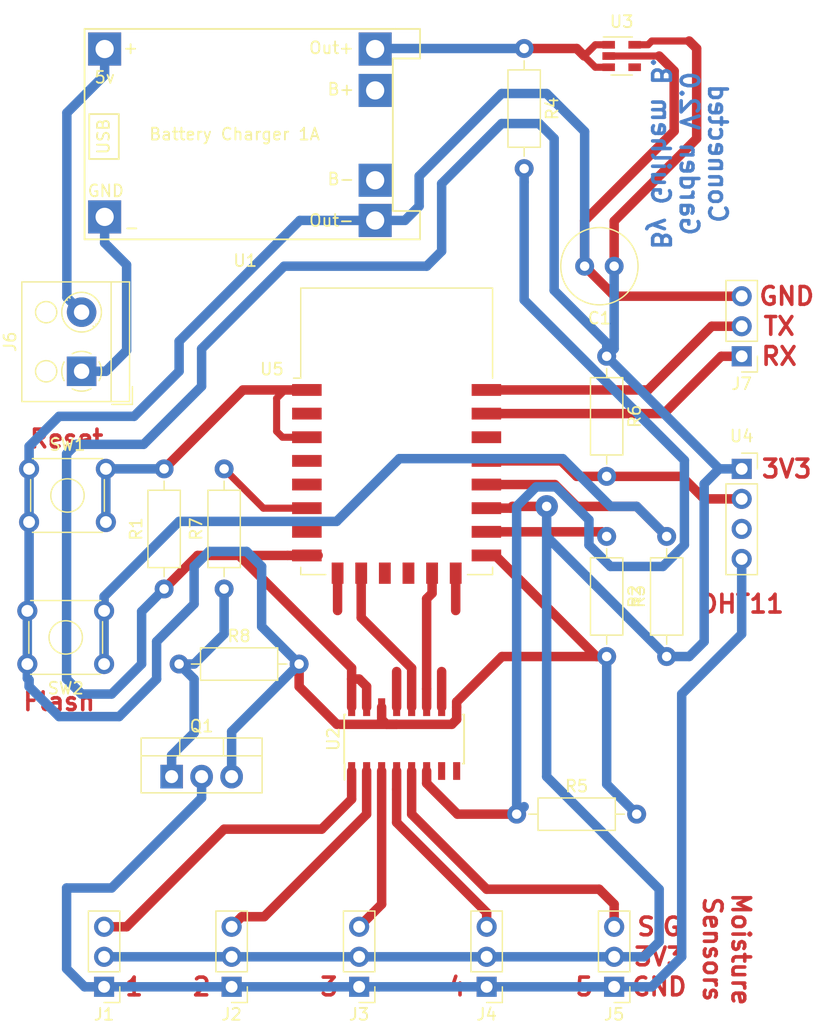
<source format=kicad_pcb>
(kicad_pcb (version 20171130) (host pcbnew 5.0.2-bee76a0~70~ubuntu16.04.1)

  (general
    (thickness 1.6)
    (drawings 17)
    (tracks 249)
    (zones 0)
    (modules 24)
    (nets 37)
  )

  (page A4)
  (layers
    (0 F.Cu signal)
    (31 B.Cu signal)
    (32 B.Adhes user)
    (33 F.Adhes user)
    (34 B.Paste user)
    (35 F.Paste user)
    (36 B.SilkS user)
    (37 F.SilkS user)
    (38 B.Mask user)
    (39 F.Mask user)
    (40 Dwgs.User user)
    (41 Cmts.User user)
    (42 Eco1.User user)
    (43 Eco2.User user)
    (44 Edge.Cuts user)
    (45 Margin user)
    (46 B.CrtYd user)
    (47 F.CrtYd user)
    (48 B.Fab user)
    (49 F.Fab user)
  )

  (setup
    (last_trace_width 0.8)
    (user_trace_width 0.6)
    (user_trace_width 0.8)
    (trace_clearance 0.3)
    (zone_clearance 0.508)
    (zone_45_only no)
    (trace_min 0.6)
    (segment_width 0.2)
    (edge_width 0.15)
    (via_size 1.9)
    (via_drill 0.8)
    (via_min_size 0.4)
    (via_min_drill 0.3)
    (user_via 1.9 0.8)
    (uvia_size 0.3)
    (uvia_drill 0.1)
    (uvias_allowed no)
    (uvia_min_size 0.2)
    (uvia_min_drill 0.1)
    (pcb_text_width 0.3)
    (pcb_text_size 1.5 1.5)
    (mod_edge_width 0.15)
    (mod_text_size 1 1)
    (mod_text_width 0.15)
    (pad_size 2.8 2.8)
    (pad_drill 1.54)
    (pad_to_mask_clearance 0.051)
    (solder_mask_min_width 0.25)
    (aux_axis_origin 0 0)
    (visible_elements FFFFFF7F)
    (pcbplotparams
      (layerselection 0x010fc_ffffffff)
      (usegerberextensions false)
      (usegerberattributes false)
      (usegerberadvancedattributes false)
      (creategerberjobfile false)
      (excludeedgelayer true)
      (linewidth 0.100000)
      (plotframeref false)
      (viasonmask false)
      (mode 1)
      (useauxorigin false)
      (hpglpennumber 1)
      (hpglpenspeed 20)
      (hpglpendiameter 15.000000)
      (psnegative false)
      (psa4output false)
      (plotreference true)
      (plotvalue true)
      (plotinvisibletext false)
      (padsonsilk false)
      (subtractmaskfromsilk false)
      (outputformat 4)
      (mirror false)
      (drillshape 0)
      (scaleselection 1)
      (outputdirectory "output/pdf/"))
  )

  (net 0 "")
  (net 1 +3V3)
  (net 2 GND)
  (net 3 /A0)
  (net 4 /A1)
  (net 5 /A2)
  (net 6 /A3)
  (net 7 /A4)
  (net 8 "Net-(J6-Pad1)")
  (net 9 "Net-(J6-Pad2)")
  (net 10 /RX)
  (net 11 /TX)
  (net 12 "Net-(R1-Pad2)")
  (net 13 "Net-(R2-Pad1)")
  (net 14 "Net-(R3-Pad2)")
  (net 15 "Net-(R4-Pad1)")
  (net 16 /A5)
  (net 17 /DHT11Data)
  (net 18 /CS)
  (net 19 /MOSI)
  (net 20 /MISO)
  (net 21 /SCLK)
  (net 22 "Net-(U2-Pad7)")
  (net 23 "Net-(U2-Pad8)")
  (net 24 "Net-(U3-Pad4)")
  (net 25 "Net-(U5-Pad2)")
  (net 26 "Net-(U5-Pad4)")
  (net 27 "Net-(U5-Pad5)")
  (net 28 "Net-(U5-Pad7)")
  (net 29 "Net-(U5-Pad11)")
  (net 30 "Net-(U5-Pad12)")
  (net 31 "Net-(U5-Pad20)")
  (net 32 "Net-(U1-Pad5)")
  (net 33 "Net-(U1-Pad6)")
  (net 34 /GND_EN)
  (net 35 "Net-(Q1-Pad1)")
  (net 36 /MOSG)

  (net_class Default "This is the default net class."
    (clearance 0.3)
    (trace_width 0.6)
    (via_dia 1.9)
    (via_drill 0.8)
    (uvia_dia 0.3)
    (uvia_drill 0.1)
    (diff_pair_gap 0.25)
    (diff_pair_width 0.6)
    (add_net +3V3)
    (add_net /A0)
    (add_net /A1)
    (add_net /A2)
    (add_net /A3)
    (add_net /A4)
    (add_net /A5)
    (add_net /CS)
    (add_net /DHT11Data)
    (add_net /GND_EN)
    (add_net /MISO)
    (add_net /MOSG)
    (add_net /MOSI)
    (add_net /RX)
    (add_net /SCLK)
    (add_net /TX)
    (add_net GND)
    (add_net "Net-(J6-Pad1)")
    (add_net "Net-(J6-Pad2)")
    (add_net "Net-(Q1-Pad1)")
    (add_net "Net-(R1-Pad2)")
    (add_net "Net-(R2-Pad1)")
    (add_net "Net-(R3-Pad2)")
    (add_net "Net-(R4-Pad1)")
    (add_net "Net-(U1-Pad5)")
    (add_net "Net-(U1-Pad6)")
    (add_net "Net-(U2-Pad7)")
    (add_net "Net-(U2-Pad8)")
    (add_net "Net-(U3-Pad4)")
    (add_net "Net-(U5-Pad11)")
    (add_net "Net-(U5-Pad12)")
    (add_net "Net-(U5-Pad2)")
    (add_net "Net-(U5-Pad20)")
    (add_net "Net-(U5-Pad4)")
    (add_net "Net-(U5-Pad5)")
    (add_net "Net-(U5-Pad7)")
  )

  (module Capacitor_THT:C_Radial_D6.3mm_H7.0mm_P2.50mm (layer F.Cu) (tedit 5BC5C9B9) (tstamp 5D602F75)
    (at 73.66 40.64 180)
    (descr "C, Radial series, Radial, pin pitch=2.50mm, diameter=6.3mm, height=7mm, Non-Polar Electrolytic Capacitor")
    (tags "C Radial series Radial pin pitch 2.50mm diameter 6.3mm height 7mm Non-Polar Electrolytic Capacitor")
    (path /5D27DEE5)
    (fp_text reference C1 (at 1.25 -4.4 180) (layer F.SilkS)
      (effects (font (size 1 1) (thickness 0.15)))
    )
    (fp_text value 1µF (at 1.25 4.4 180) (layer F.Fab)
      (effects (font (size 1 1) (thickness 0.15)))
    )
    (fp_circle (center 1.25 0) (end 4.4 0) (layer F.Fab) (width 0.1))
    (fp_circle (center 1.25 0) (end 4.52 0) (layer F.SilkS) (width 0.12))
    (fp_circle (center 1.25 0) (end 4.65 0) (layer F.CrtYd) (width 0.05))
    (fp_text user %R (at 1.25 0 180) (layer F.Fab)
      (effects (font (size 1 1) (thickness 0.15)))
    )
    (pad 1 thru_hole circle (at 0 0 180) (size 1.6 1.6) (drill 0.8) (layers *.Cu *.Mask)
      (net 1 +3V3))
    (pad 2 thru_hole circle (at 2.5 0 180) (size 1.6 1.6) (drill 0.8) (layers *.Cu *.Mask)
      (net 2 GND))
    (model ${KISYS3DMOD}/Capacitor_THT.3dshapes/C_Radial_D6.3mm_H7.0mm_P2.50mm.wrl
      (at (xyz 0 0 0))
      (scale (xyz 1 1 1))
      (rotate (xyz 0 0 0))
    )
  )

  (module Connector_PinHeader_2.54mm:PinHeader_1x03_P2.54mm_Vertical (layer F.Cu) (tedit 59FED5CC) (tstamp 5D602F8C)
    (at 30.48 101.6 180)
    (descr "Through hole straight pin header, 1x03, 2.54mm pitch, single row")
    (tags "Through hole pin header THT 1x03 2.54mm single row")
    (path /5D28047E)
    (fp_text reference J1 (at 0 -2.33 180) (layer F.SilkS)
      (effects (font (size 1 1) (thickness 0.15)))
    )
    (fp_text value Moisture1 (at 0 7.41 180) (layer F.Fab)
      (effects (font (size 1 1) (thickness 0.15)))
    )
    (fp_line (start -0.635 -1.27) (end 1.27 -1.27) (layer F.Fab) (width 0.1))
    (fp_line (start 1.27 -1.27) (end 1.27 6.35) (layer F.Fab) (width 0.1))
    (fp_line (start 1.27 6.35) (end -1.27 6.35) (layer F.Fab) (width 0.1))
    (fp_line (start -1.27 6.35) (end -1.27 -0.635) (layer F.Fab) (width 0.1))
    (fp_line (start -1.27 -0.635) (end -0.635 -1.27) (layer F.Fab) (width 0.1))
    (fp_line (start -1.33 6.41) (end 1.33 6.41) (layer F.SilkS) (width 0.12))
    (fp_line (start -1.33 1.27) (end -1.33 6.41) (layer F.SilkS) (width 0.12))
    (fp_line (start 1.33 1.27) (end 1.33 6.41) (layer F.SilkS) (width 0.12))
    (fp_line (start -1.33 1.27) (end 1.33 1.27) (layer F.SilkS) (width 0.12))
    (fp_line (start -1.33 0) (end -1.33 -1.33) (layer F.SilkS) (width 0.12))
    (fp_line (start -1.33 -1.33) (end 0 -1.33) (layer F.SilkS) (width 0.12))
    (fp_line (start -1.8 -1.8) (end -1.8 6.85) (layer F.CrtYd) (width 0.05))
    (fp_line (start -1.8 6.85) (end 1.8 6.85) (layer F.CrtYd) (width 0.05))
    (fp_line (start 1.8 6.85) (end 1.8 -1.8) (layer F.CrtYd) (width 0.05))
    (fp_line (start 1.8 -1.8) (end -1.8 -1.8) (layer F.CrtYd) (width 0.05))
    (fp_text user %R (at 0 2.54 270) (layer F.Fab)
      (effects (font (size 1 1) (thickness 0.15)))
    )
    (pad 1 thru_hole rect (at 0 0 180) (size 1.7 1.7) (drill 1) (layers *.Cu *.Mask)
      (net 34 /GND_EN))
    (pad 2 thru_hole oval (at 0 2.54 180) (size 1.7 1.7) (drill 1) (layers *.Cu *.Mask)
      (net 1 +3V3))
    (pad 3 thru_hole oval (at 0 5.08 180) (size 1.7 1.7) (drill 1) (layers *.Cu *.Mask)
      (net 3 /A0))
    (model ${KISYS3DMOD}/Connector_PinHeader_2.54mm.3dshapes/PinHeader_1x03_P2.54mm_Vertical.wrl
      (at (xyz 0 0 0))
      (scale (xyz 1 1 1))
      (rotate (xyz 0 0 0))
    )
  )

  (module Connector_PinHeader_2.54mm:PinHeader_1x03_P2.54mm_Vertical (layer F.Cu) (tedit 59FED5CC) (tstamp 5D602FA3)
    (at 41.275 101.6 180)
    (descr "Through hole straight pin header, 1x03, 2.54mm pitch, single row")
    (tags "Through hole pin header THT 1x03 2.54mm single row")
    (path /5D280531)
    (fp_text reference J2 (at 0 -2.33 180) (layer F.SilkS)
      (effects (font (size 1 1) (thickness 0.15)))
    )
    (fp_text value Moisture2 (at 0 7.41 180) (layer F.Fab)
      (effects (font (size 1 1) (thickness 0.15)))
    )
    (fp_text user %R (at 0 2.54 270) (layer F.Fab)
      (effects (font (size 1 1) (thickness 0.15)))
    )
    (fp_line (start 1.8 -1.8) (end -1.8 -1.8) (layer F.CrtYd) (width 0.05))
    (fp_line (start 1.8 6.85) (end 1.8 -1.8) (layer F.CrtYd) (width 0.05))
    (fp_line (start -1.8 6.85) (end 1.8 6.85) (layer F.CrtYd) (width 0.05))
    (fp_line (start -1.8 -1.8) (end -1.8 6.85) (layer F.CrtYd) (width 0.05))
    (fp_line (start -1.33 -1.33) (end 0 -1.33) (layer F.SilkS) (width 0.12))
    (fp_line (start -1.33 0) (end -1.33 -1.33) (layer F.SilkS) (width 0.12))
    (fp_line (start -1.33 1.27) (end 1.33 1.27) (layer F.SilkS) (width 0.12))
    (fp_line (start 1.33 1.27) (end 1.33 6.41) (layer F.SilkS) (width 0.12))
    (fp_line (start -1.33 1.27) (end -1.33 6.41) (layer F.SilkS) (width 0.12))
    (fp_line (start -1.33 6.41) (end 1.33 6.41) (layer F.SilkS) (width 0.12))
    (fp_line (start -1.27 -0.635) (end -0.635 -1.27) (layer F.Fab) (width 0.1))
    (fp_line (start -1.27 6.35) (end -1.27 -0.635) (layer F.Fab) (width 0.1))
    (fp_line (start 1.27 6.35) (end -1.27 6.35) (layer F.Fab) (width 0.1))
    (fp_line (start 1.27 -1.27) (end 1.27 6.35) (layer F.Fab) (width 0.1))
    (fp_line (start -0.635 -1.27) (end 1.27 -1.27) (layer F.Fab) (width 0.1))
    (pad 3 thru_hole oval (at 0 5.08 180) (size 1.7 1.7) (drill 1) (layers *.Cu *.Mask)
      (net 4 /A1))
    (pad 2 thru_hole oval (at 0 2.54 180) (size 1.7 1.7) (drill 1) (layers *.Cu *.Mask)
      (net 1 +3V3))
    (pad 1 thru_hole rect (at 0 0 180) (size 1.7 1.7) (drill 1) (layers *.Cu *.Mask)
      (net 34 /GND_EN))
    (model ${KISYS3DMOD}/Connector_PinHeader_2.54mm.3dshapes/PinHeader_1x03_P2.54mm_Vertical.wrl
      (at (xyz 0 0 0))
      (scale (xyz 1 1 1))
      (rotate (xyz 0 0 0))
    )
  )

  (module Connector_PinHeader_2.54mm:PinHeader_1x03_P2.54mm_Vertical (layer F.Cu) (tedit 59FED5CC) (tstamp 5D602FBA)
    (at 52.07 101.6 180)
    (descr "Through hole straight pin header, 1x03, 2.54mm pitch, single row")
    (tags "Through hole pin header THT 1x03 2.54mm single row")
    (path /5D280579)
    (fp_text reference J3 (at 0 -2.33 180) (layer F.SilkS)
      (effects (font (size 1 1) (thickness 0.15)))
    )
    (fp_text value Moisture3 (at 0 7.41 180) (layer F.Fab)
      (effects (font (size 1 1) (thickness 0.15)))
    )
    (fp_line (start -0.635 -1.27) (end 1.27 -1.27) (layer F.Fab) (width 0.1))
    (fp_line (start 1.27 -1.27) (end 1.27 6.35) (layer F.Fab) (width 0.1))
    (fp_line (start 1.27 6.35) (end -1.27 6.35) (layer F.Fab) (width 0.1))
    (fp_line (start -1.27 6.35) (end -1.27 -0.635) (layer F.Fab) (width 0.1))
    (fp_line (start -1.27 -0.635) (end -0.635 -1.27) (layer F.Fab) (width 0.1))
    (fp_line (start -1.33 6.41) (end 1.33 6.41) (layer F.SilkS) (width 0.12))
    (fp_line (start -1.33 1.27) (end -1.33 6.41) (layer F.SilkS) (width 0.12))
    (fp_line (start 1.33 1.27) (end 1.33 6.41) (layer F.SilkS) (width 0.12))
    (fp_line (start -1.33 1.27) (end 1.33 1.27) (layer F.SilkS) (width 0.12))
    (fp_line (start -1.33 0) (end -1.33 -1.33) (layer F.SilkS) (width 0.12))
    (fp_line (start -1.33 -1.33) (end 0 -1.33) (layer F.SilkS) (width 0.12))
    (fp_line (start -1.8 -1.8) (end -1.8 6.85) (layer F.CrtYd) (width 0.05))
    (fp_line (start -1.8 6.85) (end 1.8 6.85) (layer F.CrtYd) (width 0.05))
    (fp_line (start 1.8 6.85) (end 1.8 -1.8) (layer F.CrtYd) (width 0.05))
    (fp_line (start 1.8 -1.8) (end -1.8 -1.8) (layer F.CrtYd) (width 0.05))
    (fp_text user %R (at 0 2.54 270) (layer F.Fab)
      (effects (font (size 1 1) (thickness 0.15)))
    )
    (pad 1 thru_hole rect (at 0 0 180) (size 1.7 1.7) (drill 1) (layers *.Cu *.Mask)
      (net 34 /GND_EN))
    (pad 2 thru_hole oval (at 0 2.54 180) (size 1.7 1.7) (drill 1) (layers *.Cu *.Mask)
      (net 1 +3V3))
    (pad 3 thru_hole oval (at 0 5.08 180) (size 1.7 1.7) (drill 1) (layers *.Cu *.Mask)
      (net 5 /A2))
    (model ${KISYS3DMOD}/Connector_PinHeader_2.54mm.3dshapes/PinHeader_1x03_P2.54mm_Vertical.wrl
      (at (xyz 0 0 0))
      (scale (xyz 1 1 1))
      (rotate (xyz 0 0 0))
    )
  )

  (module Connector_PinHeader_2.54mm:PinHeader_1x03_P2.54mm_Vertical (layer F.Cu) (tedit 59FED5CC) (tstamp 5D602FD1)
    (at 62.865 101.6 180)
    (descr "Through hole straight pin header, 1x03, 2.54mm pitch, single row")
    (tags "Through hole pin header THT 1x03 2.54mm single row")
    (path /5D2805C7)
    (fp_text reference J4 (at 0 -2.33 180) (layer F.SilkS)
      (effects (font (size 1 1) (thickness 0.15)))
    )
    (fp_text value Moisture4 (at 0 7.41 180) (layer F.Fab)
      (effects (font (size 1 1) (thickness 0.15)))
    )
    (fp_text user %R (at 0 2.54 270) (layer F.Fab)
      (effects (font (size 1 1) (thickness 0.15)))
    )
    (fp_line (start 1.8 -1.8) (end -1.8 -1.8) (layer F.CrtYd) (width 0.05))
    (fp_line (start 1.8 6.85) (end 1.8 -1.8) (layer F.CrtYd) (width 0.05))
    (fp_line (start -1.8 6.85) (end 1.8 6.85) (layer F.CrtYd) (width 0.05))
    (fp_line (start -1.8 -1.8) (end -1.8 6.85) (layer F.CrtYd) (width 0.05))
    (fp_line (start -1.33 -1.33) (end 0 -1.33) (layer F.SilkS) (width 0.12))
    (fp_line (start -1.33 0) (end -1.33 -1.33) (layer F.SilkS) (width 0.12))
    (fp_line (start -1.33 1.27) (end 1.33 1.27) (layer F.SilkS) (width 0.12))
    (fp_line (start 1.33 1.27) (end 1.33 6.41) (layer F.SilkS) (width 0.12))
    (fp_line (start -1.33 1.27) (end -1.33 6.41) (layer F.SilkS) (width 0.12))
    (fp_line (start -1.33 6.41) (end 1.33 6.41) (layer F.SilkS) (width 0.12))
    (fp_line (start -1.27 -0.635) (end -0.635 -1.27) (layer F.Fab) (width 0.1))
    (fp_line (start -1.27 6.35) (end -1.27 -0.635) (layer F.Fab) (width 0.1))
    (fp_line (start 1.27 6.35) (end -1.27 6.35) (layer F.Fab) (width 0.1))
    (fp_line (start 1.27 -1.27) (end 1.27 6.35) (layer F.Fab) (width 0.1))
    (fp_line (start -0.635 -1.27) (end 1.27 -1.27) (layer F.Fab) (width 0.1))
    (pad 3 thru_hole oval (at 0 5.08 180) (size 1.7 1.7) (drill 1) (layers *.Cu *.Mask)
      (net 6 /A3))
    (pad 2 thru_hole oval (at 0 2.54 180) (size 1.7 1.7) (drill 1) (layers *.Cu *.Mask)
      (net 1 +3V3))
    (pad 1 thru_hole rect (at 0 0 180) (size 1.7 1.7) (drill 1) (layers *.Cu *.Mask)
      (net 34 /GND_EN))
    (model ${KISYS3DMOD}/Connector_PinHeader_2.54mm.3dshapes/PinHeader_1x03_P2.54mm_Vertical.wrl
      (at (xyz 0 0 0))
      (scale (xyz 1 1 1))
      (rotate (xyz 0 0 0))
    )
  )

  (module Connector_PinHeader_2.54mm:PinHeader_1x03_P2.54mm_Vertical (layer F.Cu) (tedit 59FED5CC) (tstamp 5D602FE8)
    (at 73.66 101.6 180)
    (descr "Through hole straight pin header, 1x03, 2.54mm pitch, single row")
    (tags "Through hole pin header THT 1x03 2.54mm single row")
    (path /5D28060D)
    (fp_text reference J5 (at 0 -2.33 180) (layer F.SilkS)
      (effects (font (size 1 1) (thickness 0.15)))
    )
    (fp_text value Moisture5 (at 0 7.41 180) (layer F.Fab)
      (effects (font (size 1 1) (thickness 0.15)))
    )
    (fp_line (start -0.635 -1.27) (end 1.27 -1.27) (layer F.Fab) (width 0.1))
    (fp_line (start 1.27 -1.27) (end 1.27 6.35) (layer F.Fab) (width 0.1))
    (fp_line (start 1.27 6.35) (end -1.27 6.35) (layer F.Fab) (width 0.1))
    (fp_line (start -1.27 6.35) (end -1.27 -0.635) (layer F.Fab) (width 0.1))
    (fp_line (start -1.27 -0.635) (end -0.635 -1.27) (layer F.Fab) (width 0.1))
    (fp_line (start -1.33 6.41) (end 1.33 6.41) (layer F.SilkS) (width 0.12))
    (fp_line (start -1.33 1.27) (end -1.33 6.41) (layer F.SilkS) (width 0.12))
    (fp_line (start 1.33 1.27) (end 1.33 6.41) (layer F.SilkS) (width 0.12))
    (fp_line (start -1.33 1.27) (end 1.33 1.27) (layer F.SilkS) (width 0.12))
    (fp_line (start -1.33 0) (end -1.33 -1.33) (layer F.SilkS) (width 0.12))
    (fp_line (start -1.33 -1.33) (end 0 -1.33) (layer F.SilkS) (width 0.12))
    (fp_line (start -1.8 -1.8) (end -1.8 6.85) (layer F.CrtYd) (width 0.05))
    (fp_line (start -1.8 6.85) (end 1.8 6.85) (layer F.CrtYd) (width 0.05))
    (fp_line (start 1.8 6.85) (end 1.8 -1.8) (layer F.CrtYd) (width 0.05))
    (fp_line (start 1.8 -1.8) (end -1.8 -1.8) (layer F.CrtYd) (width 0.05))
    (fp_text user %R (at 0 2.54 270) (layer F.Fab)
      (effects (font (size 1 1) (thickness 0.15)))
    )
    (pad 1 thru_hole rect (at 0 0 180) (size 1.7 1.7) (drill 1) (layers *.Cu *.Mask)
      (net 34 /GND_EN))
    (pad 2 thru_hole oval (at 0 2.54 180) (size 1.7 1.7) (drill 1) (layers *.Cu *.Mask)
      (net 1 +3V3))
    (pad 3 thru_hole oval (at 0 5.08 180) (size 1.7 1.7) (drill 1) (layers *.Cu *.Mask)
      (net 7 /A4))
    (model ${KISYS3DMOD}/Connector_PinHeader_2.54mm.3dshapes/PinHeader_1x03_P2.54mm_Vertical.wrl
      (at (xyz 0 0 0))
      (scale (xyz 1 1 1))
      (rotate (xyz 0 0 0))
    )
  )

  (module TerminalBlock_RND:TerminalBlock_RND_205-00001_1x02_P5.00mm_Horizontal (layer F.Cu) (tedit 5B294F8C) (tstamp 5D603014)
    (at 28.575 49.53 90)
    (descr "terminal block RND 205-00001, 2 pins, pitch 5mm, size 10x9mm^2, drill diamater 1.3mm, pad diameter 2.5mm, see http://cdn-reichelt.de/documents/datenblatt/C151/RND_205-00001_DB_EN.pdf, script-generated using https://github.com/pointhi/kicad-footprint-generator/scripts/TerminalBlock_RND")
    (tags "THT terminal block RND 205-00001 pitch 5mm size 10x9mm^2 drill 1.3mm pad 2.5mm")
    (path /5D2F0189)
    (fp_text reference J6 (at 2.5 -6.06 90) (layer F.SilkS)
      (effects (font (size 1 1) (thickness 0.15)))
    )
    (fp_text value Screw_Terminal_01x02 (at 2.5 5.06 90) (layer F.Fab)
      (effects (font (size 1 1) (thickness 0.15)))
    )
    (fp_arc (start 0 0) (end 0 1.68) (angle -28) (layer F.SilkS) (width 0.12))
    (fp_arc (start 0 0) (end 1.484 0.789) (angle -56) (layer F.SilkS) (width 0.12))
    (fp_arc (start 0 0) (end 0.789 -1.484) (angle -56) (layer F.SilkS) (width 0.12))
    (fp_arc (start 0 0) (end -1.484 -0.789) (angle -56) (layer F.SilkS) (width 0.12))
    (fp_arc (start 0 0) (end -0.789 1.484) (angle -29) (layer F.SilkS) (width 0.12))
    (fp_circle (center 0 0) (end 1.5 0) (layer F.Fab) (width 0.1))
    (fp_circle (center 0 -3) (end 0.9 -3) (layer F.Fab) (width 0.1))
    (fp_circle (center 0 -3) (end 0.9 -3) (layer F.SilkS) (width 0.12))
    (fp_circle (center 5 0) (end 6.5 0) (layer F.Fab) (width 0.1))
    (fp_circle (center 5 0) (end 6.68 0) (layer F.SilkS) (width 0.12))
    (fp_circle (center 5 -3) (end 5.9 -3) (layer F.Fab) (width 0.1))
    (fp_circle (center 5 -3) (end 5.9 -3) (layer F.SilkS) (width 0.12))
    (fp_line (start -2.5 -5) (end 7.5 -5) (layer F.Fab) (width 0.1))
    (fp_line (start 7.5 -5) (end 7.5 4) (layer F.Fab) (width 0.1))
    (fp_line (start 7.5 4) (end -1 4) (layer F.Fab) (width 0.1))
    (fp_line (start -1 4) (end -2.5 2.5) (layer F.Fab) (width 0.1))
    (fp_line (start -2.5 2.5) (end -2.5 -5) (layer F.Fab) (width 0.1))
    (fp_line (start -2.5 2.5) (end 7.5 2.5) (layer F.Fab) (width 0.1))
    (fp_line (start -2.56 2.5) (end 7.56 2.5) (layer F.SilkS) (width 0.12))
    (fp_line (start -2.56 -5.06) (end 7.56 -5.06) (layer F.SilkS) (width 0.12))
    (fp_line (start -2.56 4.06) (end 7.56 4.06) (layer F.SilkS) (width 0.12))
    (fp_line (start -2.56 -5.06) (end -2.56 4.06) (layer F.SilkS) (width 0.12))
    (fp_line (start 7.56 -5.06) (end 7.56 4.06) (layer F.SilkS) (width 0.12))
    (fp_line (start 1.138 -0.955) (end -0.955 1.138) (layer F.Fab) (width 0.1))
    (fp_line (start 0.955 -1.138) (end -1.138 0.955) (layer F.Fab) (width 0.1))
    (fp_line (start 6.138 -0.955) (end 4.046 1.138) (layer F.Fab) (width 0.1))
    (fp_line (start 5.955 -1.138) (end 3.863 0.955) (layer F.Fab) (width 0.1))
    (fp_line (start 6.275 -1.069) (end 6.181 -0.976) (layer F.SilkS) (width 0.12))
    (fp_line (start 3.99 1.216) (end 3.931 1.274) (layer F.SilkS) (width 0.12))
    (fp_line (start 6.07 -1.275) (end 6.011 -1.216) (layer F.SilkS) (width 0.12))
    (fp_line (start 3.82 0.976) (end 3.726 1.069) (layer F.SilkS) (width 0.12))
    (fp_line (start -2.8 2.56) (end -2.8 4.3) (layer F.SilkS) (width 0.12))
    (fp_line (start -2.8 4.3) (end -1.3 4.3) (layer F.SilkS) (width 0.12))
    (fp_line (start -3 -5.5) (end -3 4.5) (layer F.CrtYd) (width 0.05))
    (fp_line (start -3 4.5) (end 8 4.5) (layer F.CrtYd) (width 0.05))
    (fp_line (start 8 4.5) (end 8 -5.5) (layer F.CrtYd) (width 0.05))
    (fp_line (start 8 -5.5) (end -3 -5.5) (layer F.CrtYd) (width 0.05))
    (fp_text user %R (at 2.5 -6.06 90) (layer F.Fab)
      (effects (font (size 1 1) (thickness 0.15)))
    )
    (pad 1 thru_hole rect (at 0 0 90) (size 2.5 2.5) (drill 1.3) (layers *.Cu *.Mask)
      (net 8 "Net-(J6-Pad1)"))
    (pad 2 thru_hole circle (at 5 0 90) (size 2.5 2.5) (drill 1.3) (layers *.Cu *.Mask)
      (net 9 "Net-(J6-Pad2)"))
    (model ${KISYS3DMOD}/TerminalBlock_RND.3dshapes/TerminalBlock_RND_205-00001_1x02_P5.00mm_Horizontal.wrl
      (at (xyz 0 0 0))
      (scale (xyz 1 1 1))
      (rotate (xyz 0 0 0))
    )
  )

  (module Connector_PinHeader_2.54mm:PinHeader_1x03_P2.54mm_Vertical (layer F.Cu) (tedit 59FED5CC) (tstamp 5D60302B)
    (at 84.455 48.26 180)
    (descr "Through hole straight pin header, 1x03, 2.54mm pitch, single row")
    (tags "Through hole pin header THT 1x03 2.54mm single row")
    (path /5D2F4476)
    (fp_text reference J7 (at 0 -2.33 180) (layer F.SilkS)
      (effects (font (size 1 1) (thickness 0.15)))
    )
    (fp_text value "UART out" (at 0 7.41 180) (layer F.Fab)
      (effects (font (size 1 1) (thickness 0.15)))
    )
    (fp_text user %R (at 0 2.54 270) (layer F.Fab)
      (effects (font (size 1 1) (thickness 0.15)))
    )
    (fp_line (start 1.8 -1.8) (end -1.8 -1.8) (layer F.CrtYd) (width 0.05))
    (fp_line (start 1.8 6.85) (end 1.8 -1.8) (layer F.CrtYd) (width 0.05))
    (fp_line (start -1.8 6.85) (end 1.8 6.85) (layer F.CrtYd) (width 0.05))
    (fp_line (start -1.8 -1.8) (end -1.8 6.85) (layer F.CrtYd) (width 0.05))
    (fp_line (start -1.33 -1.33) (end 0 -1.33) (layer F.SilkS) (width 0.12))
    (fp_line (start -1.33 0) (end -1.33 -1.33) (layer F.SilkS) (width 0.12))
    (fp_line (start -1.33 1.27) (end 1.33 1.27) (layer F.SilkS) (width 0.12))
    (fp_line (start 1.33 1.27) (end 1.33 6.41) (layer F.SilkS) (width 0.12))
    (fp_line (start -1.33 1.27) (end -1.33 6.41) (layer F.SilkS) (width 0.12))
    (fp_line (start -1.33 6.41) (end 1.33 6.41) (layer F.SilkS) (width 0.12))
    (fp_line (start -1.27 -0.635) (end -0.635 -1.27) (layer F.Fab) (width 0.1))
    (fp_line (start -1.27 6.35) (end -1.27 -0.635) (layer F.Fab) (width 0.1))
    (fp_line (start 1.27 6.35) (end -1.27 6.35) (layer F.Fab) (width 0.1))
    (fp_line (start 1.27 -1.27) (end 1.27 6.35) (layer F.Fab) (width 0.1))
    (fp_line (start -0.635 -1.27) (end 1.27 -1.27) (layer F.Fab) (width 0.1))
    (pad 3 thru_hole oval (at 0 5.08 180) (size 1.7 1.7) (drill 1) (layers *.Cu *.Mask)
      (net 2 GND))
    (pad 2 thru_hole oval (at 0 2.54 180) (size 1.7 1.7) (drill 1) (layers *.Cu *.Mask)
      (net 11 /TX))
    (pad 1 thru_hole rect (at 0 0 180) (size 1.7 1.7) (drill 1) (layers *.Cu *.Mask)
      (net 10 /RX))
    (model ${KISYS3DMOD}/Connector_PinHeader_2.54mm.3dshapes/PinHeader_1x03_P2.54mm_Vertical.wrl
      (at (xyz 0 0 0))
      (scale (xyz 1 1 1))
      (rotate (xyz 0 0 0))
    )
  )

  (module Resistor_THT:R_Axial_DIN0207_L6.3mm_D2.5mm_P10.16mm_Horizontal (layer F.Cu) (tedit 5AE5139B) (tstamp 5D603042)
    (at 35.56 67.945 90)
    (descr "Resistor, Axial_DIN0207 series, Axial, Horizontal, pin pitch=10.16mm, 0.25W = 1/4W, length*diameter=6.3*2.5mm^2, http://cdn-reichelt.de/documents/datenblatt/B400/1_4W%23YAG.pdf")
    (tags "Resistor Axial_DIN0207 series Axial Horizontal pin pitch 10.16mm 0.25W = 1/4W length 6.3mm diameter 2.5mm")
    (path /5D294407)
    (fp_text reference R1 (at 5.08 -2.37 90) (layer F.SilkS)
      (effects (font (size 1 1) (thickness 0.15)))
    )
    (fp_text value 10k (at 5.08 2.37 90) (layer F.Fab)
      (effects (font (size 1 1) (thickness 0.15)))
    )
    (fp_line (start 1.93 -1.25) (end 1.93 1.25) (layer F.Fab) (width 0.1))
    (fp_line (start 1.93 1.25) (end 8.23 1.25) (layer F.Fab) (width 0.1))
    (fp_line (start 8.23 1.25) (end 8.23 -1.25) (layer F.Fab) (width 0.1))
    (fp_line (start 8.23 -1.25) (end 1.93 -1.25) (layer F.Fab) (width 0.1))
    (fp_line (start 0 0) (end 1.93 0) (layer F.Fab) (width 0.1))
    (fp_line (start 10.16 0) (end 8.23 0) (layer F.Fab) (width 0.1))
    (fp_line (start 1.81 -1.37) (end 1.81 1.37) (layer F.SilkS) (width 0.12))
    (fp_line (start 1.81 1.37) (end 8.35 1.37) (layer F.SilkS) (width 0.12))
    (fp_line (start 8.35 1.37) (end 8.35 -1.37) (layer F.SilkS) (width 0.12))
    (fp_line (start 8.35 -1.37) (end 1.81 -1.37) (layer F.SilkS) (width 0.12))
    (fp_line (start 1.04 0) (end 1.81 0) (layer F.SilkS) (width 0.12))
    (fp_line (start 9.12 0) (end 8.35 0) (layer F.SilkS) (width 0.12))
    (fp_line (start -1.05 -1.5) (end -1.05 1.5) (layer F.CrtYd) (width 0.05))
    (fp_line (start -1.05 1.5) (end 11.21 1.5) (layer F.CrtYd) (width 0.05))
    (fp_line (start 11.21 1.5) (end 11.21 -1.5) (layer F.CrtYd) (width 0.05))
    (fp_line (start 11.21 -1.5) (end -1.05 -1.5) (layer F.CrtYd) (width 0.05))
    (fp_text user %R (at 5.08 0 90) (layer F.Fab)
      (effects (font (size 1 1) (thickness 0.15)))
    )
    (pad 1 thru_hole circle (at 0 0 90) (size 1.6 1.6) (drill 0.8) (layers *.Cu *.Mask)
      (net 1 +3V3))
    (pad 2 thru_hole oval (at 10.16 0 90) (size 1.6 1.6) (drill 0.8) (layers *.Cu *.Mask)
      (net 12 "Net-(R1-Pad2)"))
    (model ${KISYS3DMOD}/Resistor_THT.3dshapes/R_Axial_DIN0207_L6.3mm_D2.5mm_P10.16mm_Horizontal.wrl
      (at (xyz 0 0 0))
      (scale (xyz 1 1 1))
      (rotate (xyz 0 0 0))
    )
  )

  (module Resistor_THT:R_Axial_DIN0207_L6.3mm_D2.5mm_P10.16mm_Horizontal (layer F.Cu) (tedit 5AE5139B) (tstamp 5D603059)
    (at 73.025 63.5 270)
    (descr "Resistor, Axial_DIN0207 series, Axial, Horizontal, pin pitch=10.16mm, 0.25W = 1/4W, length*diameter=6.3*2.5mm^2, http://cdn-reichelt.de/documents/datenblatt/B400/1_4W%23YAG.pdf")
    (tags "Resistor Axial_DIN0207 series Axial Horizontal pin pitch 10.16mm 0.25W = 1/4W length 6.3mm diameter 2.5mm")
    (path /5D2990DC)
    (fp_text reference R2 (at 5.08 -2.37 270) (layer F.SilkS)
      (effects (font (size 1 1) (thickness 0.15)))
    )
    (fp_text value 10k (at 5.08 2.37 270) (layer F.Fab)
      (effects (font (size 1 1) (thickness 0.15)))
    )
    (fp_text user %R (at 5.08 0 270) (layer F.Fab)
      (effects (font (size 1 1) (thickness 0.15)))
    )
    (fp_line (start 11.21 -1.5) (end -1.05 -1.5) (layer F.CrtYd) (width 0.05))
    (fp_line (start 11.21 1.5) (end 11.21 -1.5) (layer F.CrtYd) (width 0.05))
    (fp_line (start -1.05 1.5) (end 11.21 1.5) (layer F.CrtYd) (width 0.05))
    (fp_line (start -1.05 -1.5) (end -1.05 1.5) (layer F.CrtYd) (width 0.05))
    (fp_line (start 9.12 0) (end 8.35 0) (layer F.SilkS) (width 0.12))
    (fp_line (start 1.04 0) (end 1.81 0) (layer F.SilkS) (width 0.12))
    (fp_line (start 8.35 -1.37) (end 1.81 -1.37) (layer F.SilkS) (width 0.12))
    (fp_line (start 8.35 1.37) (end 8.35 -1.37) (layer F.SilkS) (width 0.12))
    (fp_line (start 1.81 1.37) (end 8.35 1.37) (layer F.SilkS) (width 0.12))
    (fp_line (start 1.81 -1.37) (end 1.81 1.37) (layer F.SilkS) (width 0.12))
    (fp_line (start 10.16 0) (end 8.23 0) (layer F.Fab) (width 0.1))
    (fp_line (start 0 0) (end 1.93 0) (layer F.Fab) (width 0.1))
    (fp_line (start 8.23 -1.25) (end 1.93 -1.25) (layer F.Fab) (width 0.1))
    (fp_line (start 8.23 1.25) (end 8.23 -1.25) (layer F.Fab) (width 0.1))
    (fp_line (start 1.93 1.25) (end 8.23 1.25) (layer F.Fab) (width 0.1))
    (fp_line (start 1.93 -1.25) (end 1.93 1.25) (layer F.Fab) (width 0.1))
    (pad 2 thru_hole oval (at 10.16 0 270) (size 1.6 1.6) (drill 0.8) (layers *.Cu *.Mask)
      (net 2 GND))
    (pad 1 thru_hole circle (at 0 0 270) (size 1.6 1.6) (drill 0.8) (layers *.Cu *.Mask)
      (net 13 "Net-(R2-Pad1)"))
    (model ${KISYS3DMOD}/Resistor_THT.3dshapes/R_Axial_DIN0207_L6.3mm_D2.5mm_P10.16mm_Horizontal.wrl
      (at (xyz 0 0 0))
      (scale (xyz 1 1 1))
      (rotate (xyz 0 0 0))
    )
  )

  (module Resistor_THT:R_Axial_DIN0207_L6.3mm_D2.5mm_P10.16mm_Horizontal (layer F.Cu) (tedit 5AE5139B) (tstamp 5D603070)
    (at 78.105 73.66 90)
    (descr "Resistor, Axial_DIN0207 series, Axial, Horizontal, pin pitch=10.16mm, 0.25W = 1/4W, length*diameter=6.3*2.5mm^2, http://cdn-reichelt.de/documents/datenblatt/B400/1_4W%23YAG.pdf")
    (tags "Resistor Axial_DIN0207 series Axial Horizontal pin pitch 10.16mm 0.25W = 1/4W length 6.3mm diameter 2.5mm")
    (path /5D2A576A)
    (fp_text reference R3 (at 5.08 -2.37 90) (layer F.SilkS)
      (effects (font (size 1 1) (thickness 0.15)))
    )
    (fp_text value 10k (at 5.08 2.37 90) (layer F.Fab)
      (effects (font (size 1 1) (thickness 0.15)))
    )
    (fp_line (start 1.93 -1.25) (end 1.93 1.25) (layer F.Fab) (width 0.1))
    (fp_line (start 1.93 1.25) (end 8.23 1.25) (layer F.Fab) (width 0.1))
    (fp_line (start 8.23 1.25) (end 8.23 -1.25) (layer F.Fab) (width 0.1))
    (fp_line (start 8.23 -1.25) (end 1.93 -1.25) (layer F.Fab) (width 0.1))
    (fp_line (start 0 0) (end 1.93 0) (layer F.Fab) (width 0.1))
    (fp_line (start 10.16 0) (end 8.23 0) (layer F.Fab) (width 0.1))
    (fp_line (start 1.81 -1.37) (end 1.81 1.37) (layer F.SilkS) (width 0.12))
    (fp_line (start 1.81 1.37) (end 8.35 1.37) (layer F.SilkS) (width 0.12))
    (fp_line (start 8.35 1.37) (end 8.35 -1.37) (layer F.SilkS) (width 0.12))
    (fp_line (start 8.35 -1.37) (end 1.81 -1.37) (layer F.SilkS) (width 0.12))
    (fp_line (start 1.04 0) (end 1.81 0) (layer F.SilkS) (width 0.12))
    (fp_line (start 9.12 0) (end 8.35 0) (layer F.SilkS) (width 0.12))
    (fp_line (start -1.05 -1.5) (end -1.05 1.5) (layer F.CrtYd) (width 0.05))
    (fp_line (start -1.05 1.5) (end 11.21 1.5) (layer F.CrtYd) (width 0.05))
    (fp_line (start 11.21 1.5) (end 11.21 -1.5) (layer F.CrtYd) (width 0.05))
    (fp_line (start 11.21 -1.5) (end -1.05 -1.5) (layer F.CrtYd) (width 0.05))
    (fp_text user %R (at 5.08 0 90) (layer F.Fab)
      (effects (font (size 1 1) (thickness 0.15)))
    )
    (pad 1 thru_hole circle (at 0 0 90) (size 1.6 1.6) (drill 0.8) (layers *.Cu *.Mask)
      (net 1 +3V3))
    (pad 2 thru_hole oval (at 10.16 0 90) (size 1.6 1.6) (drill 0.8) (layers *.Cu *.Mask)
      (net 14 "Net-(R3-Pad2)"))
    (model ${KISYS3DMOD}/Resistor_THT.3dshapes/R_Axial_DIN0207_L6.3mm_D2.5mm_P10.16mm_Horizontal.wrl
      (at (xyz 0 0 0))
      (scale (xyz 1 1 1))
      (rotate (xyz 0 0 0))
    )
  )

  (module Resistor_THT:R_Axial_DIN0207_L6.3mm_D2.5mm_P10.16mm_Horizontal (layer F.Cu) (tedit 5AE5139B) (tstamp 5D603087)
    (at 66.04 22.225 270)
    (descr "Resistor, Axial_DIN0207 series, Axial, Horizontal, pin pitch=10.16mm, 0.25W = 1/4W, length*diameter=6.3*2.5mm^2, http://cdn-reichelt.de/documents/datenblatt/B400/1_4W%23YAG.pdf")
    (tags "Resistor Axial_DIN0207 series Axial Horizontal pin pitch 10.16mm 0.25W = 1/4W length 6.3mm diameter 2.5mm")
    (path /5D2E2005)
    (fp_text reference R4 (at 5.08 -2.37 270) (layer F.SilkS)
      (effects (font (size 1 1) (thickness 0.15)))
    )
    (fp_text value 1.8K (at 5.08 2.37 270) (layer F.Fab)
      (effects (font (size 1 1) (thickness 0.15)))
    )
    (fp_text user %R (at 5.08 0 270) (layer F.Fab)
      (effects (font (size 1 1) (thickness 0.15)))
    )
    (fp_line (start 11.21 -1.5) (end -1.05 -1.5) (layer F.CrtYd) (width 0.05))
    (fp_line (start 11.21 1.5) (end 11.21 -1.5) (layer F.CrtYd) (width 0.05))
    (fp_line (start -1.05 1.5) (end 11.21 1.5) (layer F.CrtYd) (width 0.05))
    (fp_line (start -1.05 -1.5) (end -1.05 1.5) (layer F.CrtYd) (width 0.05))
    (fp_line (start 9.12 0) (end 8.35 0) (layer F.SilkS) (width 0.12))
    (fp_line (start 1.04 0) (end 1.81 0) (layer F.SilkS) (width 0.12))
    (fp_line (start 8.35 -1.37) (end 1.81 -1.37) (layer F.SilkS) (width 0.12))
    (fp_line (start 8.35 1.37) (end 8.35 -1.37) (layer F.SilkS) (width 0.12))
    (fp_line (start 1.81 1.37) (end 8.35 1.37) (layer F.SilkS) (width 0.12))
    (fp_line (start 1.81 -1.37) (end 1.81 1.37) (layer F.SilkS) (width 0.12))
    (fp_line (start 10.16 0) (end 8.23 0) (layer F.Fab) (width 0.1))
    (fp_line (start 0 0) (end 1.93 0) (layer F.Fab) (width 0.1))
    (fp_line (start 8.23 -1.25) (end 1.93 -1.25) (layer F.Fab) (width 0.1))
    (fp_line (start 8.23 1.25) (end 8.23 -1.25) (layer F.Fab) (width 0.1))
    (fp_line (start 1.93 1.25) (end 8.23 1.25) (layer F.Fab) (width 0.1))
    (fp_line (start 1.93 -1.25) (end 1.93 1.25) (layer F.Fab) (width 0.1))
    (pad 2 thru_hole oval (at 10.16 0 270) (size 1.6 1.6) (drill 0.8) (layers *.Cu *.Mask)
      (net 16 /A5))
    (pad 1 thru_hole circle (at 0 0 270) (size 1.6 1.6) (drill 0.8) (layers *.Cu *.Mask)
      (net 15 "Net-(R4-Pad1)"))
    (model ${KISYS3DMOD}/Resistor_THT.3dshapes/R_Axial_DIN0207_L6.3mm_D2.5mm_P10.16mm_Horizontal.wrl
      (at (xyz 0 0 0))
      (scale (xyz 1 1 1))
      (rotate (xyz 0 0 0))
    )
  )

  (module Resistor_THT:R_Axial_DIN0207_L6.3mm_D2.5mm_P10.16mm_Horizontal (layer F.Cu) (tedit 5AE5139B) (tstamp 5D60309E)
    (at 65.405 86.995)
    (descr "Resistor, Axial_DIN0207 series, Axial, Horizontal, pin pitch=10.16mm, 0.25W = 1/4W, length*diameter=6.3*2.5mm^2, http://cdn-reichelt.de/documents/datenblatt/B400/1_4W%23YAG.pdf")
    (tags "Resistor Axial_DIN0207 series Axial Horizontal pin pitch 10.16mm 0.25W = 1/4W length 6.3mm diameter 2.5mm")
    (path /5D2E20C8)
    (fp_text reference R5 (at 5.08 -2.37) (layer F.SilkS)
      (effects (font (size 1 1) (thickness 0.15)))
    )
    (fp_text value 5K (at 5.08 2.37) (layer F.Fab)
      (effects (font (size 1 1) (thickness 0.15)))
    )
    (fp_line (start 1.93 -1.25) (end 1.93 1.25) (layer F.Fab) (width 0.1))
    (fp_line (start 1.93 1.25) (end 8.23 1.25) (layer F.Fab) (width 0.1))
    (fp_line (start 8.23 1.25) (end 8.23 -1.25) (layer F.Fab) (width 0.1))
    (fp_line (start 8.23 -1.25) (end 1.93 -1.25) (layer F.Fab) (width 0.1))
    (fp_line (start 0 0) (end 1.93 0) (layer F.Fab) (width 0.1))
    (fp_line (start 10.16 0) (end 8.23 0) (layer F.Fab) (width 0.1))
    (fp_line (start 1.81 -1.37) (end 1.81 1.37) (layer F.SilkS) (width 0.12))
    (fp_line (start 1.81 1.37) (end 8.35 1.37) (layer F.SilkS) (width 0.12))
    (fp_line (start 8.35 1.37) (end 8.35 -1.37) (layer F.SilkS) (width 0.12))
    (fp_line (start 8.35 -1.37) (end 1.81 -1.37) (layer F.SilkS) (width 0.12))
    (fp_line (start 1.04 0) (end 1.81 0) (layer F.SilkS) (width 0.12))
    (fp_line (start 9.12 0) (end 8.35 0) (layer F.SilkS) (width 0.12))
    (fp_line (start -1.05 -1.5) (end -1.05 1.5) (layer F.CrtYd) (width 0.05))
    (fp_line (start -1.05 1.5) (end 11.21 1.5) (layer F.CrtYd) (width 0.05))
    (fp_line (start 11.21 1.5) (end 11.21 -1.5) (layer F.CrtYd) (width 0.05))
    (fp_line (start 11.21 -1.5) (end -1.05 -1.5) (layer F.CrtYd) (width 0.05))
    (fp_text user %R (at 5.08 0) (layer F.Fab)
      (effects (font (size 1 1) (thickness 0.15)))
    )
    (pad 1 thru_hole circle (at 0 0) (size 1.6 1.6) (drill 0.8) (layers *.Cu *.Mask)
      (net 16 /A5))
    (pad 2 thru_hole oval (at 10.16 0) (size 1.6 1.6) (drill 0.8) (layers *.Cu *.Mask)
      (net 2 GND))
    (model ${KISYS3DMOD}/Resistor_THT.3dshapes/R_Axial_DIN0207_L6.3mm_D2.5mm_P10.16mm_Horizontal.wrl
      (at (xyz 0 0 0))
      (scale (xyz 1 1 1))
      (rotate (xyz 0 0 0))
    )
  )

  (module Resistor_THT:R_Axial_DIN0207_L6.3mm_D2.5mm_P10.16mm_Horizontal (layer F.Cu) (tedit 5AE5139B) (tstamp 5D6030B5)
    (at 73.025 48.26 270)
    (descr "Resistor, Axial_DIN0207 series, Axial, Horizontal, pin pitch=10.16mm, 0.25W = 1/4W, length*diameter=6.3*2.5mm^2, http://cdn-reichelt.de/documents/datenblatt/B400/1_4W%23YAG.pdf")
    (tags "Resistor Axial_DIN0207 series Axial Horizontal pin pitch 10.16mm 0.25W = 1/4W length 6.3mm diameter 2.5mm")
    (path /5D2FAB4C)
    (fp_text reference R6 (at 5.08 -2.37 270) (layer F.SilkS)
      (effects (font (size 1 1) (thickness 0.15)))
    )
    (fp_text value R (at 5.08 2.37 270) (layer F.Fab)
      (effects (font (size 1 1) (thickness 0.15)))
    )
    (fp_text user %R (at 5.08 0 270) (layer F.Fab)
      (effects (font (size 1 1) (thickness 0.15)))
    )
    (fp_line (start 11.21 -1.5) (end -1.05 -1.5) (layer F.CrtYd) (width 0.05))
    (fp_line (start 11.21 1.5) (end 11.21 -1.5) (layer F.CrtYd) (width 0.05))
    (fp_line (start -1.05 1.5) (end 11.21 1.5) (layer F.CrtYd) (width 0.05))
    (fp_line (start -1.05 -1.5) (end -1.05 1.5) (layer F.CrtYd) (width 0.05))
    (fp_line (start 9.12 0) (end 8.35 0) (layer F.SilkS) (width 0.12))
    (fp_line (start 1.04 0) (end 1.81 0) (layer F.SilkS) (width 0.12))
    (fp_line (start 8.35 -1.37) (end 1.81 -1.37) (layer F.SilkS) (width 0.12))
    (fp_line (start 8.35 1.37) (end 8.35 -1.37) (layer F.SilkS) (width 0.12))
    (fp_line (start 1.81 1.37) (end 8.35 1.37) (layer F.SilkS) (width 0.12))
    (fp_line (start 1.81 -1.37) (end 1.81 1.37) (layer F.SilkS) (width 0.12))
    (fp_line (start 10.16 0) (end 8.23 0) (layer F.Fab) (width 0.1))
    (fp_line (start 0 0) (end 1.93 0) (layer F.Fab) (width 0.1))
    (fp_line (start 8.23 -1.25) (end 1.93 -1.25) (layer F.Fab) (width 0.1))
    (fp_line (start 8.23 1.25) (end 8.23 -1.25) (layer F.Fab) (width 0.1))
    (fp_line (start 1.93 1.25) (end 8.23 1.25) (layer F.Fab) (width 0.1))
    (fp_line (start 1.93 -1.25) (end 1.93 1.25) (layer F.Fab) (width 0.1))
    (pad 2 thru_hole oval (at 10.16 0 270) (size 1.6 1.6) (drill 0.8) (layers *.Cu *.Mask)
      (net 17 /DHT11Data))
    (pad 1 thru_hole circle (at 0 0 270) (size 1.6 1.6) (drill 0.8) (layers *.Cu *.Mask)
      (net 1 +3V3))
    (model ${KISYS3DMOD}/Resistor_THT.3dshapes/R_Axial_DIN0207_L6.3mm_D2.5mm_P10.16mm_Horizontal.wrl
      (at (xyz 0 0 0))
      (scale (xyz 1 1 1))
      (rotate (xyz 0 0 0))
    )
  )

  (module Button_Switch_THT:SW_TH_Tactile_Omron_B3F-10xx (layer F.Cu) (tedit 5A02FE31) (tstamp 5D6030CB)
    (at 24.13 57.785)
    (descr SW_TH_Tactile_Omron_B3F-10xx_https://www.omron.com/ecb/products/pdf/en-b3f.pdf)
    (tags "Omron B3F-10xx")
    (path /5D28C0F8)
    (fp_text reference SW1 (at 3.25 -2.05) (layer F.SilkS)
      (effects (font (size 1 1) (thickness 0.15)))
    )
    (fp_text value Reset (at 3.2 6.5) (layer F.Fab)
      (effects (font (size 1 1) (thickness 0.15)))
    )
    (fp_line (start 0.25 -0.75) (end 0.25 5.25) (layer F.Fab) (width 0.1))
    (fp_line (start 6.25 -0.75) (end 6.25 5.25) (layer F.Fab) (width 0.1))
    (fp_line (start 0.25 -0.75) (end 6.25 -0.75) (layer F.Fab) (width 0.1))
    (fp_text user %R (at 3.25 2.25) (layer F.Fab)
      (effects (font (size 1 1) (thickness 0.15)))
    )
    (fp_line (start 7.65 -1.15) (end -1.1 -1.15) (layer F.CrtYd) (width 0.05))
    (fp_line (start 7.6 5.6) (end 7.6 -1.1) (layer F.CrtYd) (width 0.05))
    (fp_line (start -1.1 5.6) (end 7.6 5.6) (layer F.CrtYd) (width 0.05))
    (fp_line (start -1.1 -1.15) (end -1.1 5.6) (layer F.CrtYd) (width 0.05))
    (fp_circle (center 3.25 2.25) (end 4.25 3.25) (layer F.SilkS) (width 0.12))
    (fp_line (start 0.28 5.37) (end 6.22 5.37) (layer F.SilkS) (width 0.12))
    (fp_line (start 0.28 -0.87) (end 6.22 -0.87) (layer F.SilkS) (width 0.12))
    (fp_line (start 0.13 3.59) (end 0.13 0.91) (layer F.SilkS) (width 0.12))
    (fp_line (start 6.37 0.91) (end 6.37 3.59) (layer F.SilkS) (width 0.12))
    (fp_line (start 0.25 5.25) (end 6.25 5.25) (layer F.Fab) (width 0.1))
    (pad 4 thru_hole circle (at 6.5 4.5) (size 1.7 1.7) (drill 1) (layers *.Cu *.Mask)
      (net 12 "Net-(R1-Pad2)"))
    (pad 3 thru_hole circle (at 0 4.5) (size 1.7 1.7) (drill 1) (layers *.Cu *.Mask)
      (net 2 GND))
    (pad 2 thru_hole circle (at 6.5 0) (size 1.7 1.7) (drill 1) (layers *.Cu *.Mask)
      (net 12 "Net-(R1-Pad2)"))
    (pad 1 thru_hole circle (at 0 0) (size 1.7 1.7) (drill 1) (layers *.Cu *.Mask)
      (net 2 GND))
    (model ${KISYS3DMOD}/Button_Switch_THT.3dshapes/SW_TH_Tactile_Omron_B3F-10xx.wrl
      (at (xyz 0 0 0))
      (scale (xyz 1 1 1))
      (rotate (xyz 0 0 0))
    )
  )

  (module Button_Switch_THT:SW_TH_Tactile_Omron_B3F-10xx (layer F.Cu) (tedit 5A02FE31) (tstamp 5D6030E1)
    (at 30.48 74.295 180)
    (descr SW_TH_Tactile_Omron_B3F-10xx_https://www.omron.com/ecb/products/pdf/en-b3f.pdf)
    (tags "Omron B3F-10xx")
    (path /5D2A6CB1)
    (fp_text reference SW2 (at 3.25 -2.05 180) (layer F.SilkS)
      (effects (font (size 1 1) (thickness 0.15)))
    )
    (fp_text value Flash (at 3.2 6.5 180) (layer F.Fab)
      (effects (font (size 1 1) (thickness 0.15)))
    )
    (fp_line (start 0.25 5.25) (end 6.25 5.25) (layer F.Fab) (width 0.1))
    (fp_line (start 6.37 0.91) (end 6.37 3.59) (layer F.SilkS) (width 0.12))
    (fp_line (start 0.13 3.59) (end 0.13 0.91) (layer F.SilkS) (width 0.12))
    (fp_line (start 0.28 -0.87) (end 6.22 -0.87) (layer F.SilkS) (width 0.12))
    (fp_line (start 0.28 5.37) (end 6.22 5.37) (layer F.SilkS) (width 0.12))
    (fp_circle (center 3.25 2.25) (end 4.25 3.25) (layer F.SilkS) (width 0.12))
    (fp_line (start -1.1 -1.15) (end -1.1 5.6) (layer F.CrtYd) (width 0.05))
    (fp_line (start -1.1 5.6) (end 7.6 5.6) (layer F.CrtYd) (width 0.05))
    (fp_line (start 7.6 5.6) (end 7.6 -1.1) (layer F.CrtYd) (width 0.05))
    (fp_line (start 7.65 -1.15) (end -1.1 -1.15) (layer F.CrtYd) (width 0.05))
    (fp_text user %R (at 3.25 2.25 180) (layer F.Fab)
      (effects (font (size 1 1) (thickness 0.15)))
    )
    (fp_line (start 0.25 -0.75) (end 6.25 -0.75) (layer F.Fab) (width 0.1))
    (fp_line (start 6.25 -0.75) (end 6.25 5.25) (layer F.Fab) (width 0.1))
    (fp_line (start 0.25 -0.75) (end 0.25 5.25) (layer F.Fab) (width 0.1))
    (pad 1 thru_hole circle (at 0 0 180) (size 1.7 1.7) (drill 1) (layers *.Cu *.Mask)
      (net 14 "Net-(R3-Pad2)"))
    (pad 2 thru_hole circle (at 6.5 0 180) (size 1.7 1.7) (drill 1) (layers *.Cu *.Mask)
      (net 2 GND))
    (pad 3 thru_hole circle (at 0 4.5 180) (size 1.7 1.7) (drill 1) (layers *.Cu *.Mask)
      (net 14 "Net-(R3-Pad2)"))
    (pad 4 thru_hole circle (at 6.5 4.5 180) (size 1.7 1.7) (drill 1) (layers *.Cu *.Mask)
      (net 2 GND))
    (model ${KISYS3DMOD}/Button_Switch_THT.3dshapes/SW_TH_Tactile_Omron_B3F-10xx.wrl
      (at (xyz 0 0 0))
      (scale (xyz 1 1 1))
      (rotate (xyz 0 0 0))
    )
  )

  (module connected_garden_footprints:TP4056-18650 (layer F.Cu) (tedit 58E55FCB) (tstamp 5D603104)
    (at 28.825 20.57)
    (path /5D383666)
    (fp_text reference U1 (at 13.6 19.6) (layer F.SilkS)
      (effects (font (size 1 1) (thickness 0.15)))
    )
    (fp_text value TP4056-18650 (at 13 -1.6) (layer F.Fab)
      (effects (font (size 1 1) (thickness 0.15)))
    )
    (fp_line (start 0 0) (end 26.3 0) (layer F.SilkS) (width 0.15))
    (fp_text user + (at 3.9 1.6) (layer F.SilkS)
      (effects (font (size 1 1) (thickness 0.15)))
    )
    (fp_text user - (at 4 16.8) (layer F.SilkS)
      (effects (font (size 1 1) (thickness 0.15)))
    )
    (fp_line (start 0.4 11) (end 0.4 7.3) (layer F.SilkS) (width 0.15))
    (fp_line (start 2.9 11) (end 0.4 11) (layer F.SilkS) (width 0.15))
    (fp_line (start 2.9 7.2) (end 2.9 11) (layer F.SilkS) (width 0.15))
    (fp_line (start 0.4 7.2) (end 2.9 7.2) (layer F.SilkS) (width 0.15))
    (fp_text user USB (at 1.6 9.1 90) (layer F.SilkS)
      (effects (font (size 1 1) (thickness 0.15)))
    )
    (fp_text user Out- (at 20.9 16.2) (layer F.SilkS)
      (effects (font (size 1 1) (thickness 0.15)))
    )
    (fp_text user Out+ (at 20.9 1.6) (layer F.SilkS)
      (effects (font (size 1 1) (thickness 0.15)))
    )
    (fp_text user B- (at 21.7 12.7) (layer F.SilkS)
      (effects (font (size 1 1) (thickness 0.15)))
    )
    (fp_text user B+ (at 21.7 5.1) (layer F.SilkS)
      (effects (font (size 1 1) (thickness 0.15)))
    )
    (fp_line (start 0 17.8) (end 0 0) (layer F.SilkS) (width 0.15))
    (fp_line (start 28.4 17.8) (end 0 17.8) (layer F.SilkS) (width 0.15))
    (fp_line (start 28.4 15.7) (end 28.4 17.8) (layer F.SilkS) (width 0.15))
    (fp_line (start 28.4 2.5) (end 26.1 2.5) (layer F.SilkS) (width 0.15))
    (fp_line (start 28.4 0) (end 28.4 2.5) (layer F.SilkS) (width 0.15))
    (fp_line (start 26.3 0) (end 28.4 0) (layer F.SilkS) (width 0.15))
    (fp_line (start 28.4 15.4) (end 28.4 15.7) (layer F.SilkS) (width 0.15))
    (fp_line (start 26.3 15.4) (end 28.4 15.4) (layer F.SilkS) (width 0.15))
    (fp_line (start 26.1 15.4) (end 26.4 15.4) (layer F.SilkS) (width 0.15))
    (fp_line (start 26.1 2.5) (end 26.1 15.4) (layer F.SilkS) (width 0.15))
    (fp_text user 5v (at 1.7 4.1) (layer F.SilkS)
      (effects (font (size 1 1) (thickness 0.15)))
    )
    (fp_text user GND (at 1.8 13.7) (layer F.SilkS)
      (effects (font (size 1 1) (thickness 0.15)))
    )
    (fp_text user "Battery Charger 1A" (at 12.7 8.9) (layer F.SilkS)
      (effects (font (size 1 1) (thickness 0.15)))
    )
    (pad 1 thru_hole rect (at 1.7 1.7) (size 2.8 2.8) (drill 1.54) (layers *.Cu *.Mask)
      (net 9 "Net-(J6-Pad2)"))
    (pad 2 thru_hole rect (at 1.7 15.9) (size 2.8 2.8) (drill 1.54) (layers *.Cu *.Mask)
      (net 8 "Net-(J6-Pad1)"))
    (pad 3 thru_hole rect (at 24.6 1.7) (size 2.8 2.8) (drill 1.54) (layers *.Cu *.Mask)
      (net 15 "Net-(R4-Pad1)"))
    (pad 4 thru_hole rect (at 24.6 16.2) (size 2.8 2.8) (drill 1.54) (layers *.Cu *.Mask)
      (net 2 GND))
    (pad 5 thru_hole rect (at 24.6 5.2) (size 2.8 2.8) (drill 1.54) (layers *.Cu *.Mask)
      (net 32 "Net-(U1-Pad5)"))
    (pad 6 thru_hole rect (at 24.6 12.8) (size 2.8 2.8) (drill 1.54) (layers *.Cu *.Mask)
      (net 33 "Net-(U1-Pad6)"))
  )

  (module Package_SO:SOIC-16_3.9x9.9mm_P1.27mm (layer F.Cu) (tedit 5A02F2D3) (tstamp 5D603129)
    (at 55.88 80.645 90)
    (descr "16-Lead Plastic Small Outline (SL) - Narrow, 3.90 mm Body [SOIC] (see Microchip Packaging Specification 00000049BS.pdf)")
    (tags "SOIC 1.27")
    (path /5D27D9DB)
    (attr smd)
    (fp_text reference U2 (at 0 -6 90) (layer F.SilkS)
      (effects (font (size 1 1) (thickness 0.15)))
    )
    (fp_text value MCP3208 (at 0 6 90) (layer F.Fab)
      (effects (font (size 1 1) (thickness 0.15)))
    )
    (fp_text user %R (at 0 0 90) (layer F.Fab)
      (effects (font (size 0.9 0.9) (thickness 0.135)))
    )
    (fp_line (start -0.95 -4.95) (end 1.95 -4.95) (layer F.Fab) (width 0.15))
    (fp_line (start 1.95 -4.95) (end 1.95 4.95) (layer F.Fab) (width 0.15))
    (fp_line (start 1.95 4.95) (end -1.95 4.95) (layer F.Fab) (width 0.15))
    (fp_line (start -1.95 4.95) (end -1.95 -3.95) (layer F.Fab) (width 0.15))
    (fp_line (start -1.95 -3.95) (end -0.95 -4.95) (layer F.Fab) (width 0.15))
    (fp_line (start -3.7 -5.25) (end -3.7 5.25) (layer F.CrtYd) (width 0.05))
    (fp_line (start 3.7 -5.25) (end 3.7 5.25) (layer F.CrtYd) (width 0.05))
    (fp_line (start -3.7 -5.25) (end 3.7 -5.25) (layer F.CrtYd) (width 0.05))
    (fp_line (start -3.7 5.25) (end 3.7 5.25) (layer F.CrtYd) (width 0.05))
    (fp_line (start -2.075 -5.075) (end -2.075 -5.05) (layer F.SilkS) (width 0.15))
    (fp_line (start 2.075 -5.075) (end 2.075 -4.97) (layer F.SilkS) (width 0.15))
    (fp_line (start 2.075 5.075) (end 2.075 4.97) (layer F.SilkS) (width 0.15))
    (fp_line (start -2.075 5.075) (end -2.075 4.97) (layer F.SilkS) (width 0.15))
    (fp_line (start -2.075 -5.075) (end 2.075 -5.075) (layer F.SilkS) (width 0.15))
    (fp_line (start -2.075 5.075) (end 2.075 5.075) (layer F.SilkS) (width 0.15))
    (fp_line (start -2.075 -5.05) (end -3.45 -5.05) (layer F.SilkS) (width 0.15))
    (pad 1 smd rect (at -2.7 -4.445 90) (size 1.5 0.6) (layers F.Cu F.Paste F.Mask)
      (net 3 /A0))
    (pad 2 smd rect (at -2.7 -3.175 90) (size 1.5 0.6) (layers F.Cu F.Paste F.Mask)
      (net 4 /A1))
    (pad 3 smd rect (at -2.7 -1.905 90) (size 1.5 0.6) (layers F.Cu F.Paste F.Mask)
      (net 5 /A2))
    (pad 4 smd rect (at -2.7 -0.635 90) (size 1.5 0.6) (layers F.Cu F.Paste F.Mask)
      (net 6 /A3))
    (pad 5 smd rect (at -2.7 0.635 90) (size 1.5 0.6) (layers F.Cu F.Paste F.Mask)
      (net 7 /A4))
    (pad 6 smd rect (at -2.7 1.905 90) (size 1.5 0.6) (layers F.Cu F.Paste F.Mask)
      (net 16 /A5))
    (pad 7 smd rect (at -2.7 3.175 90) (size 1.5 0.6) (layers F.Cu F.Paste F.Mask)
      (net 22 "Net-(U2-Pad7)"))
    (pad 8 smd rect (at -2.7 4.445 90) (size 1.5 0.6) (layers F.Cu F.Paste F.Mask)
      (net 23 "Net-(U2-Pad8)"))
    (pad 9 smd rect (at 2.7 4.445 90) (size 1.5 0.6) (layers F.Cu F.Paste F.Mask)
      (net 2 GND))
    (pad 10 smd rect (at 2.7 3.175 90) (size 1.5 0.6) (layers F.Cu F.Paste F.Mask)
      (net 18 /CS))
    (pad 11 smd rect (at 2.7 1.905 90) (size 1.5 0.6) (layers F.Cu F.Paste F.Mask)
      (net 19 /MOSI))
    (pad 12 smd rect (at 2.7 0.635 90) (size 1.5 0.6) (layers F.Cu F.Paste F.Mask)
      (net 20 /MISO))
    (pad 13 smd rect (at 2.7 -0.635 90) (size 1.5 0.6) (layers F.Cu F.Paste F.Mask)
      (net 21 /SCLK))
    (pad 14 smd rect (at 2.7 -1.905 90) (size 1.5 0.6) (layers F.Cu F.Paste F.Mask)
      (net 2 GND))
    (pad 15 smd rect (at 2.7 -3.175 90) (size 1.5 0.6) (layers F.Cu F.Paste F.Mask)
      (net 1 +3V3))
    (pad 16 smd rect (at 2.7 -4.445 90) (size 1.5 0.6) (layers F.Cu F.Paste F.Mask)
      (net 1 +3V3))
    (model ${KISYS3DMOD}/Package_SO.3dshapes/SOIC-16_3.9x9.9mm_P1.27mm.wrl
      (at (xyz 0 0 0))
      (scale (xyz 1 1 1))
      (rotate (xyz 0 0 0))
    )
  )

  (module Package_TO_SOT_SMD:SOT-23-5 (layer F.Cu) (tedit 5A02FF57) (tstamp 5D60313E)
    (at 74.295 22.86)
    (descr "5-pin SOT23 package")
    (tags SOT-23-5)
    (path /5D27DBA6)
    (attr smd)
    (fp_text reference U3 (at 0 -2.9) (layer F.SilkS)
      (effects (font (size 1 1) (thickness 0.15)))
    )
    (fp_text value SPX3819M5-L-3-3 (at 0 2.9) (layer F.Fab)
      (effects (font (size 1 1) (thickness 0.15)))
    )
    (fp_text user %R (at 0 0 90) (layer F.Fab)
      (effects (font (size 0.5 0.5) (thickness 0.075)))
    )
    (fp_line (start -0.9 1.61) (end 0.9 1.61) (layer F.SilkS) (width 0.12))
    (fp_line (start 0.9 -1.61) (end -1.55 -1.61) (layer F.SilkS) (width 0.12))
    (fp_line (start -1.9 -1.8) (end 1.9 -1.8) (layer F.CrtYd) (width 0.05))
    (fp_line (start 1.9 -1.8) (end 1.9 1.8) (layer F.CrtYd) (width 0.05))
    (fp_line (start 1.9 1.8) (end -1.9 1.8) (layer F.CrtYd) (width 0.05))
    (fp_line (start -1.9 1.8) (end -1.9 -1.8) (layer F.CrtYd) (width 0.05))
    (fp_line (start -0.9 -0.9) (end -0.25 -1.55) (layer F.Fab) (width 0.1))
    (fp_line (start 0.9 -1.55) (end -0.25 -1.55) (layer F.Fab) (width 0.1))
    (fp_line (start -0.9 -0.9) (end -0.9 1.55) (layer F.Fab) (width 0.1))
    (fp_line (start 0.9 1.55) (end -0.9 1.55) (layer F.Fab) (width 0.1))
    (fp_line (start 0.9 -1.55) (end 0.9 1.55) (layer F.Fab) (width 0.1))
    (pad 1 smd rect (at -1.1 -0.95) (size 1.06 0.65) (layers F.Cu F.Paste F.Mask)
      (net 15 "Net-(R4-Pad1)"))
    (pad 2 smd rect (at -1.1 0) (size 1.06 0.65) (layers F.Cu F.Paste F.Mask)
      (net 2 GND))
    (pad 3 smd rect (at -1.1 0.95) (size 1.06 0.65) (layers F.Cu F.Paste F.Mask)
      (net 15 "Net-(R4-Pad1)"))
    (pad 4 smd rect (at 1.1 0.95) (size 1.06 0.65) (layers F.Cu F.Paste F.Mask)
      (net 24 "Net-(U3-Pad4)"))
    (pad 5 smd rect (at 1.1 -0.95) (size 1.06 0.65) (layers F.Cu F.Paste F.Mask)
      (net 1 +3V3))
    (model ${KISYS3DMOD}/Package_TO_SOT_SMD.3dshapes/SOT-23-5.wrl
      (at (xyz 0 0 0))
      (scale (xyz 1 1 1))
      (rotate (xyz 0 0 0))
    )
  )

  (module Connector_PinSocket_2.54mm:PinSocket_1x04_P2.54mm_Vertical (layer F.Cu) (tedit 5A19A429) (tstamp 5D603156)
    (at 84.455 57.785)
    (descr "Through hole straight socket strip, 1x04, 2.54mm pitch, single row (from Kicad 4.0.7), script generated")
    (tags "Through hole socket strip THT 1x04 2.54mm single row")
    (path /5D27D857)
    (fp_text reference U4 (at 0 -2.77) (layer F.SilkS)
      (effects (font (size 1 1) (thickness 0.15)))
    )
    (fp_text value DHT11 (at 0 10.39) (layer F.Fab)
      (effects (font (size 1 1) (thickness 0.15)))
    )
    (fp_line (start -1.27 -1.27) (end 0.635 -1.27) (layer F.Fab) (width 0.1))
    (fp_line (start 0.635 -1.27) (end 1.27 -0.635) (layer F.Fab) (width 0.1))
    (fp_line (start 1.27 -0.635) (end 1.27 8.89) (layer F.Fab) (width 0.1))
    (fp_line (start 1.27 8.89) (end -1.27 8.89) (layer F.Fab) (width 0.1))
    (fp_line (start -1.27 8.89) (end -1.27 -1.27) (layer F.Fab) (width 0.1))
    (fp_line (start -1.33 1.27) (end 1.33 1.27) (layer F.SilkS) (width 0.12))
    (fp_line (start -1.33 1.27) (end -1.33 8.95) (layer F.SilkS) (width 0.12))
    (fp_line (start -1.33 8.95) (end 1.33 8.95) (layer F.SilkS) (width 0.12))
    (fp_line (start 1.33 1.27) (end 1.33 8.95) (layer F.SilkS) (width 0.12))
    (fp_line (start 1.33 -1.33) (end 1.33 0) (layer F.SilkS) (width 0.12))
    (fp_line (start 0 -1.33) (end 1.33 -1.33) (layer F.SilkS) (width 0.12))
    (fp_line (start -1.8 -1.8) (end 1.75 -1.8) (layer F.CrtYd) (width 0.05))
    (fp_line (start 1.75 -1.8) (end 1.75 9.4) (layer F.CrtYd) (width 0.05))
    (fp_line (start 1.75 9.4) (end -1.8 9.4) (layer F.CrtYd) (width 0.05))
    (fp_line (start -1.8 9.4) (end -1.8 -1.8) (layer F.CrtYd) (width 0.05))
    (fp_text user %R (at 0 3.81 90) (layer F.Fab)
      (effects (font (size 1 1) (thickness 0.15)))
    )
    (pad 1 thru_hole rect (at 0 0) (size 1.7 1.7) (drill 1) (layers *.Cu *.Mask)
      (net 1 +3V3))
    (pad 2 thru_hole oval (at 0 2.54) (size 1.7 1.7) (drill 1) (layers *.Cu *.Mask)
      (net 17 /DHT11Data))
    (pad 3 thru_hole oval (at 0 5.08) (size 1.7 1.7) (drill 1) (layers *.Cu *.Mask))
    (pad 4 thru_hole oval (at 0 7.62) (size 1.7 1.7) (drill 1) (layers *.Cu *.Mask)
      (net 34 /GND_EN))
    (model ${KISYS3DMOD}/Connector_PinSocket_2.54mm.3dshapes/PinSocket_1x04_P2.54mm_Vertical.wrl
      (at (xyz 0 0 0))
      (scale (xyz 1 1 1))
      (rotate (xyz 0 0 0))
    )
  )

  (module RF_Module:ESP-12E (layer F.Cu) (tedit 5A030172) (tstamp 5D603191)
    (at 55.245 54.61)
    (descr "Wi-Fi Module, http://wiki.ai-thinker.com/_media/esp8266/docs/aithinker_esp_12f_datasheet_en.pdf")
    (tags "Wi-Fi Module")
    (path /5D27D4EE)
    (attr smd)
    (fp_text reference U5 (at -10.56 -5.26) (layer F.SilkS)
      (effects (font (size 1 1) (thickness 0.15)))
    )
    (fp_text value ESP-12F (at -0.06 -12.78) (layer F.Fab)
      (effects (font (size 1 1) (thickness 0.15)))
    )
    (fp_text user Antenna (at -0.06 -7 180) (layer Cmts.User)
      (effects (font (size 1 1) (thickness 0.15)))
    )
    (fp_text user "KEEP-OUT ZONE" (at 0.03 -9.55 180) (layer Cmts.User)
      (effects (font (size 1 1) (thickness 0.15)))
    )
    (fp_text user %R (at 0.49 -0.8) (layer F.Fab)
      (effects (font (size 1 1) (thickness 0.15)))
    )
    (fp_line (start -8 -12) (end 8 -12) (layer F.Fab) (width 0.12))
    (fp_line (start 8 -12) (end 8 12) (layer F.Fab) (width 0.12))
    (fp_line (start 8 12) (end -8 12) (layer F.Fab) (width 0.12))
    (fp_line (start -8 12) (end -8 -3) (layer F.Fab) (width 0.12))
    (fp_line (start -8 -3) (end -7.5 -3.5) (layer F.Fab) (width 0.12))
    (fp_line (start -7.5 -3.5) (end -8 -4) (layer F.Fab) (width 0.12))
    (fp_line (start -8 -4) (end -8 -12) (layer F.Fab) (width 0.12))
    (fp_line (start -9.05 -12.2) (end 9.05 -12.2) (layer F.CrtYd) (width 0.05))
    (fp_line (start 9.05 -12.2) (end 9.05 13.1) (layer F.CrtYd) (width 0.05))
    (fp_line (start 9.05 13.1) (end -9.05 13.1) (layer F.CrtYd) (width 0.05))
    (fp_line (start -9.05 13.1) (end -9.05 -12.2) (layer F.CrtYd) (width 0.05))
    (fp_line (start -8.12 -12.12) (end 8.12 -12.12) (layer F.SilkS) (width 0.12))
    (fp_line (start 8.12 -12.12) (end 8.12 -4.5) (layer F.SilkS) (width 0.12))
    (fp_line (start 8.12 11.5) (end 8.12 12.12) (layer F.SilkS) (width 0.12))
    (fp_line (start 8.12 12.12) (end 6 12.12) (layer F.SilkS) (width 0.12))
    (fp_line (start -6 12.12) (end -8.12 12.12) (layer F.SilkS) (width 0.12))
    (fp_line (start -8.12 12.12) (end -8.12 11.5) (layer F.SilkS) (width 0.12))
    (fp_line (start -8.12 -4.5) (end -8.12 -12.12) (layer F.SilkS) (width 0.12))
    (fp_line (start -8.12 -4.5) (end -8.73 -4.5) (layer F.SilkS) (width 0.12))
    (fp_line (start -8.12 -12.12) (end 8.12 -12.12) (layer Dwgs.User) (width 0.12))
    (fp_line (start 8.12 -12.12) (end 8.12 -4.8) (layer Dwgs.User) (width 0.12))
    (fp_line (start 8.12 -4.8) (end -8.12 -4.8) (layer Dwgs.User) (width 0.12))
    (fp_line (start -8.12 -4.8) (end -8.12 -12.12) (layer Dwgs.User) (width 0.12))
    (fp_line (start -8.12 -9.12) (end -5.12 -12.12) (layer Dwgs.User) (width 0.12))
    (fp_line (start -8.12 -6.12) (end -2.12 -12.12) (layer Dwgs.User) (width 0.12))
    (fp_line (start -6.44 -4.8) (end 0.88 -12.12) (layer Dwgs.User) (width 0.12))
    (fp_line (start -3.44 -4.8) (end 3.88 -12.12) (layer Dwgs.User) (width 0.12))
    (fp_line (start -0.44 -4.8) (end 6.88 -12.12) (layer Dwgs.User) (width 0.12))
    (fp_line (start 2.56 -4.8) (end 8.12 -10.36) (layer Dwgs.User) (width 0.12))
    (fp_line (start 5.56 -4.8) (end 8.12 -7.36) (layer Dwgs.User) (width 0.12))
    (pad 1 smd rect (at -7.6 -3.5) (size 2.5 1) (layers F.Cu F.Paste F.Mask)
      (net 12 "Net-(R1-Pad2)"))
    (pad 2 smd rect (at -7.6 -1.5) (size 2.5 1) (layers F.Cu F.Paste F.Mask)
      (net 25 "Net-(U5-Pad2)"))
    (pad 3 smd rect (at -7.6 0.5) (size 2.5 1) (layers F.Cu F.Paste F.Mask)
      (net 12 "Net-(R1-Pad2)"))
    (pad 4 smd rect (at -7.6 2.5) (size 2.5 1) (layers F.Cu F.Paste F.Mask)
      (net 26 "Net-(U5-Pad4)"))
    (pad 5 smd rect (at -7.6 4.5) (size 2.5 1) (layers F.Cu F.Paste F.Mask)
      (net 27 "Net-(U5-Pad5)"))
    (pad 6 smd rect (at -7.6 6.5) (size 2.5 1) (layers F.Cu F.Paste F.Mask)
      (net 36 /MOSG))
    (pad 7 smd rect (at -7.6 8.5) (size 2.5 1) (layers F.Cu F.Paste F.Mask)
      (net 28 "Net-(U5-Pad7)"))
    (pad 8 smd rect (at -7.6 10.5) (size 2.5 1) (layers F.Cu F.Paste F.Mask)
      (net 1 +3V3))
    (pad 9 smd rect (at -5 12) (size 1 1.8) (layers F.Cu F.Paste F.Mask)
      (net 18 /CS))
    (pad 10 smd rect (at -3 12) (size 1 1.8) (layers F.Cu F.Paste F.Mask)
      (net 20 /MISO))
    (pad 11 smd rect (at -1 12) (size 1 1.8) (layers F.Cu F.Paste F.Mask)
      (net 29 "Net-(U5-Pad11)"))
    (pad 12 smd rect (at 1 12) (size 1 1.8) (layers F.Cu F.Paste F.Mask)
      (net 30 "Net-(U5-Pad12)"))
    (pad 13 smd rect (at 3 12) (size 1 1.8) (layers F.Cu F.Paste F.Mask)
      (net 19 /MOSI))
    (pad 14 smd rect (at 5 12) (size 1 1.8) (layers F.Cu F.Paste F.Mask)
      (net 21 /SCLK))
    (pad 15 smd rect (at 7.6 10.5) (size 2.5 1) (layers F.Cu F.Paste F.Mask)
      (net 2 GND))
    (pad 16 smd rect (at 7.6 8.5) (size 2.5 1) (layers F.Cu F.Paste F.Mask)
      (net 13 "Net-(R2-Pad1)"))
    (pad 17 smd rect (at 7.6 6.5) (size 2.5 1) (layers F.Cu F.Paste F.Mask)
      (net 1 +3V3))
    (pad 18 smd rect (at 7.6 4.5) (size 2.5 1) (layers F.Cu F.Paste F.Mask)
      (net 14 "Net-(R3-Pad2)"))
    (pad 19 smd rect (at 7.6 2.5) (size 2.5 1) (layers F.Cu F.Paste F.Mask)
      (net 17 /DHT11Data))
    (pad 20 smd rect (at 7.6 0.5) (size 2.5 1) (layers F.Cu F.Paste F.Mask)
      (net 31 "Net-(U5-Pad20)"))
    (pad 21 smd rect (at 7.6 -1.5) (size 2.5 1) (layers F.Cu F.Paste F.Mask)
      (net 10 /RX))
    (pad 22 smd rect (at 7.6 -3.5) (size 2.5 1) (layers F.Cu F.Paste F.Mask)
      (net 11 /TX))
    (model ${KISYS3DMOD}/RF_Module.3dshapes/ESP-12E.wrl
      (at (xyz 0 0 0))
      (scale (xyz 1 1 1))
      (rotate (xyz 0 0 0))
    )
  )

  (module Package_TO_SOT_THT:TO-220-3_Vertical (layer F.Cu) (tedit 5AC8BA0D) (tstamp 5D6980C3)
    (at 36.195 83.82)
    (descr "TO-220-3, Vertical, RM 2.54mm, see https://www.vishay.com/docs/66542/to-220-1.pdf")
    (tags "TO-220-3 Vertical RM 2.54mm")
    (path /5D69C850)
    (fp_text reference Q1 (at 2.54 -4.27) (layer F.SilkS)
      (effects (font (size 1 1) (thickness 0.15)))
    )
    (fp_text value BUZ11 (at 2.54 2.5) (layer F.Fab)
      (effects (font (size 1 1) (thickness 0.15)))
    )
    (fp_line (start -2.46 -3.15) (end -2.46 1.25) (layer F.Fab) (width 0.1))
    (fp_line (start -2.46 1.25) (end 7.54 1.25) (layer F.Fab) (width 0.1))
    (fp_line (start 7.54 1.25) (end 7.54 -3.15) (layer F.Fab) (width 0.1))
    (fp_line (start 7.54 -3.15) (end -2.46 -3.15) (layer F.Fab) (width 0.1))
    (fp_line (start -2.46 -1.88) (end 7.54 -1.88) (layer F.Fab) (width 0.1))
    (fp_line (start 0.69 -3.15) (end 0.69 -1.88) (layer F.Fab) (width 0.1))
    (fp_line (start 4.39 -3.15) (end 4.39 -1.88) (layer F.Fab) (width 0.1))
    (fp_line (start -2.58 -3.27) (end 7.66 -3.27) (layer F.SilkS) (width 0.12))
    (fp_line (start -2.58 1.371) (end 7.66 1.371) (layer F.SilkS) (width 0.12))
    (fp_line (start -2.58 -3.27) (end -2.58 1.371) (layer F.SilkS) (width 0.12))
    (fp_line (start 7.66 -3.27) (end 7.66 1.371) (layer F.SilkS) (width 0.12))
    (fp_line (start -2.58 -1.76) (end 7.66 -1.76) (layer F.SilkS) (width 0.12))
    (fp_line (start 0.69 -3.27) (end 0.69 -1.76) (layer F.SilkS) (width 0.12))
    (fp_line (start 4.391 -3.27) (end 4.391 -1.76) (layer F.SilkS) (width 0.12))
    (fp_line (start -2.71 -3.4) (end -2.71 1.51) (layer F.CrtYd) (width 0.05))
    (fp_line (start -2.71 1.51) (end 7.79 1.51) (layer F.CrtYd) (width 0.05))
    (fp_line (start 7.79 1.51) (end 7.79 -3.4) (layer F.CrtYd) (width 0.05))
    (fp_line (start 7.79 -3.4) (end -2.71 -3.4) (layer F.CrtYd) (width 0.05))
    (fp_text user %R (at 2.54 -4.27) (layer F.Fab)
      (effects (font (size 1 1) (thickness 0.15)))
    )
    (pad 1 thru_hole rect (at 0 0) (size 1.905 2) (drill 1.1) (layers *.Cu *.Mask)
      (net 35 "Net-(Q1-Pad1)"))
    (pad 2 thru_hole oval (at 2.54 0) (size 1.905 2) (drill 1.1) (layers *.Cu *.Mask)
      (net 34 /GND_EN))
    (pad 3 thru_hole oval (at 5.08 0) (size 1.905 2) (drill 1.1) (layers *.Cu *.Mask)
      (net 2 GND))
    (model ${KISYS3DMOD}/Package_TO_SOT_THT.3dshapes/TO-220-3_Vertical.wrl
      (at (xyz 0 0 0))
      (scale (xyz 1 1 1))
      (rotate (xyz 0 0 0))
    )
  )

  (module Resistor_THT:R_Axial_DIN0207_L6.3mm_D2.5mm_P10.16mm_Horizontal (layer F.Cu) (tedit 5AE5139B) (tstamp 5D760493)
    (at 40.64 67.945 90)
    (descr "Resistor, Axial_DIN0207 series, Axial, Horizontal, pin pitch=10.16mm, 0.25W = 1/4W, length*diameter=6.3*2.5mm^2, http://cdn-reichelt.de/documents/datenblatt/B400/1_4W%23YAG.pdf")
    (tags "Resistor Axial_DIN0207 series Axial Horizontal pin pitch 10.16mm 0.25W = 1/4W length 6.3mm diameter 2.5mm")
    (path /5D6A3F8B)
    (fp_text reference R7 (at 5.08 -2.37 90) (layer F.SilkS)
      (effects (font (size 1 1) (thickness 0.15)))
    )
    (fp_text value 220 (at 5.08 2.37 90) (layer F.Fab)
      (effects (font (size 1 1) (thickness 0.15)))
    )
    (fp_text user %R (at 5.08 0 90) (layer F.Fab)
      (effects (font (size 1 1) (thickness 0.15)))
    )
    (fp_line (start 11.21 -1.5) (end -1.05 -1.5) (layer F.CrtYd) (width 0.05))
    (fp_line (start 11.21 1.5) (end 11.21 -1.5) (layer F.CrtYd) (width 0.05))
    (fp_line (start -1.05 1.5) (end 11.21 1.5) (layer F.CrtYd) (width 0.05))
    (fp_line (start -1.05 -1.5) (end -1.05 1.5) (layer F.CrtYd) (width 0.05))
    (fp_line (start 9.12 0) (end 8.35 0) (layer F.SilkS) (width 0.12))
    (fp_line (start 1.04 0) (end 1.81 0) (layer F.SilkS) (width 0.12))
    (fp_line (start 8.35 -1.37) (end 1.81 -1.37) (layer F.SilkS) (width 0.12))
    (fp_line (start 8.35 1.37) (end 8.35 -1.37) (layer F.SilkS) (width 0.12))
    (fp_line (start 1.81 1.37) (end 8.35 1.37) (layer F.SilkS) (width 0.12))
    (fp_line (start 1.81 -1.37) (end 1.81 1.37) (layer F.SilkS) (width 0.12))
    (fp_line (start 10.16 0) (end 8.23 0) (layer F.Fab) (width 0.1))
    (fp_line (start 0 0) (end 1.93 0) (layer F.Fab) (width 0.1))
    (fp_line (start 8.23 -1.25) (end 1.93 -1.25) (layer F.Fab) (width 0.1))
    (fp_line (start 8.23 1.25) (end 8.23 -1.25) (layer F.Fab) (width 0.1))
    (fp_line (start 1.93 1.25) (end 8.23 1.25) (layer F.Fab) (width 0.1))
    (fp_line (start 1.93 -1.25) (end 1.93 1.25) (layer F.Fab) (width 0.1))
    (pad 2 thru_hole oval (at 10.16 0 90) (size 1.6 1.6) (drill 0.8) (layers *.Cu *.Mask)
      (net 36 /MOSG))
    (pad 1 thru_hole circle (at 0 0 90) (size 1.6 1.6) (drill 0.8) (layers *.Cu *.Mask)
      (net 35 "Net-(Q1-Pad1)"))
    (model ${KISYS3DMOD}/Resistor_THT.3dshapes/R_Axial_DIN0207_L6.3mm_D2.5mm_P10.16mm_Horizontal.wrl
      (at (xyz 0 0 0))
      (scale (xyz 1 1 1))
      (rotate (xyz 0 0 0))
    )
  )

  (module Resistor_THT:R_Axial_DIN0207_L6.3mm_D2.5mm_P10.16mm_Horizontal (layer F.Cu) (tedit 5AE5139B) (tstamp 5D7604AA)
    (at 36.83 74.295)
    (descr "Resistor, Axial_DIN0207 series, Axial, Horizontal, pin pitch=10.16mm, 0.25W = 1/4W, length*diameter=6.3*2.5mm^2, http://cdn-reichelt.de/documents/datenblatt/B400/1_4W%23YAG.pdf")
    (tags "Resistor Axial_DIN0207 series Axial Horizontal pin pitch 10.16mm 0.25W = 1/4W length 6.3mm diameter 2.5mm")
    (path /5D6A4022)
    (fp_text reference R8 (at 5.08 -2.37) (layer F.SilkS)
      (effects (font (size 1 1) (thickness 0.15)))
    )
    (fp_text value 10K (at 5.08 2.37) (layer F.Fab)
      (effects (font (size 1 1) (thickness 0.15)))
    )
    (fp_line (start 1.93 -1.25) (end 1.93 1.25) (layer F.Fab) (width 0.1))
    (fp_line (start 1.93 1.25) (end 8.23 1.25) (layer F.Fab) (width 0.1))
    (fp_line (start 8.23 1.25) (end 8.23 -1.25) (layer F.Fab) (width 0.1))
    (fp_line (start 8.23 -1.25) (end 1.93 -1.25) (layer F.Fab) (width 0.1))
    (fp_line (start 0 0) (end 1.93 0) (layer F.Fab) (width 0.1))
    (fp_line (start 10.16 0) (end 8.23 0) (layer F.Fab) (width 0.1))
    (fp_line (start 1.81 -1.37) (end 1.81 1.37) (layer F.SilkS) (width 0.12))
    (fp_line (start 1.81 1.37) (end 8.35 1.37) (layer F.SilkS) (width 0.12))
    (fp_line (start 8.35 1.37) (end 8.35 -1.37) (layer F.SilkS) (width 0.12))
    (fp_line (start 8.35 -1.37) (end 1.81 -1.37) (layer F.SilkS) (width 0.12))
    (fp_line (start 1.04 0) (end 1.81 0) (layer F.SilkS) (width 0.12))
    (fp_line (start 9.12 0) (end 8.35 0) (layer F.SilkS) (width 0.12))
    (fp_line (start -1.05 -1.5) (end -1.05 1.5) (layer F.CrtYd) (width 0.05))
    (fp_line (start -1.05 1.5) (end 11.21 1.5) (layer F.CrtYd) (width 0.05))
    (fp_line (start 11.21 1.5) (end 11.21 -1.5) (layer F.CrtYd) (width 0.05))
    (fp_line (start 11.21 -1.5) (end -1.05 -1.5) (layer F.CrtYd) (width 0.05))
    (fp_text user %R (at 5.08 0) (layer F.Fab)
      (effects (font (size 1 1) (thickness 0.15)))
    )
    (pad 1 thru_hole circle (at 0 0) (size 1.6 1.6) (drill 0.8) (layers *.Cu *.Mask)
      (net 35 "Net-(Q1-Pad1)"))
    (pad 2 thru_hole oval (at 10.16 0) (size 1.6 1.6) (drill 0.8) (layers *.Cu *.Mask)
      (net 2 GND))
    (model ${KISYS3DMOD}/Resistor_THT.3dshapes/R_Axial_DIN0207_L6.3mm_D2.5mm_P10.16mm_Horizontal.wrl
      (at (xyz 0 0 0))
      (scale (xyz 1 1 1))
      (rotate (xyz 0 0 0))
    )
  )

  (gr_text "Connected\nGarden V2.0\nBy Guilhem B." (at 80.01 31.115 270) (layer B.Cu)
    (effects (font (size 1.5 1.5) (thickness 0.3)) (justify mirror))
  )
  (gr_text GND (at 88.265 43.18) (layer F.Cu)
    (effects (font (size 1.5 1.5) (thickness 0.3)))
  )
  (gr_text TX (at 87.63 45.72) (layer F.Cu)
    (effects (font (size 1.5 1.5) (thickness 0.3)))
  )
  (gr_text RX (at 87.63 48.26) (layer F.Cu)
    (effects (font (size 1.5 1.5) (thickness 0.3)))
  )
  (gr_text 3V3 (at 88.265 57.785) (layer F.Cu)
    (effects (font (size 1.5 1.5) (thickness 0.3)))
  )
  (gr_text DHT11 (at 84.455 69.215) (layer F.Cu)
    (effects (font (size 1.5 1.5) (thickness 0.3)))
  )
  (gr_text GND (at 77.47 101.6) (layer F.Cu)
    (effects (font (size 1.5 1.5) (thickness 0.3)))
  )
  (gr_text 3V3 (at 77.47 99.06) (layer F.Cu)
    (effects (font (size 1.5 1.5) (thickness 0.3)))
  )
  (gr_text SIG (at 77.47 96.52) (layer F.Cu)
    (effects (font (size 1.5 1.5) (thickness 0.3)))
  )
  (gr_text "Moisture\nSensors" (at 83.185 98.425 270) (layer F.Cu)
    (effects (font (size 1.5 1.5) (thickness 0.3)))
  )
  (gr_text 5 (at 71.12 101.6) (layer F.Cu)
    (effects (font (size 1.5 1.5) (thickness 0.3)))
  )
  (gr_text 4 (at 60.325 101.6) (layer F.Cu)
    (effects (font (size 1.5 1.5) (thickness 0.3)))
  )
  (gr_text 3 (at 49.53 101.6) (layer F.Cu)
    (effects (font (size 1.5 1.5) (thickness 0.3)))
  )
  (gr_text 2 (at 38.735 101.6) (layer F.Cu)
    (effects (font (size 1.5 1.5) (thickness 0.3)))
  )
  (gr_text 1 (at 33.02 101.6) (layer F.Cu)
    (effects (font (size 1.5 1.5) (thickness 0.3)))
  )
  (gr_text Flash (at 26.67 77.47) (layer F.Cu)
    (effects (font (size 1.5 1.5) (thickness 0.3)))
  )
  (gr_text Reset (at 27.305 55.245) (layer F.Cu)
    (effects (font (size 1.5 1.5) (thickness 0.3)))
  )

  (segment (start 51.435 75.565) (end 51.435 77.945) (width 0.8) (layer F.Cu) (net 1))
  (segment (start 51.435 75.565) (end 52.07 75.565) (width 0.8) (layer F.Cu) (net 1))
  (segment (start 52.07 75.565) (end 52.705 76.2) (width 0.8) (layer F.Cu) (net 1))
  (segment (start 52.705 76.2) (end 52.705 77.945) (width 0.8) (layer F.Cu) (net 1))
  (segment (start 73.66 47.625) (end 73.025 48.26) (width 0.8) (layer B.Cu) (net 1))
  (segment (start 73.66 40.64) (end 73.66 47.625) (width 0.8) (layer B.Cu) (net 1))
  (segment (start 82.55 57.785) (end 84.455 57.785) (width 0.8) (layer B.Cu) (net 1))
  (segment (start 73.025 48.26) (end 82.55 57.785) (width 0.8) (layer B.Cu) (net 1))
  (segment (start 76.525 21.91) (end 76.845 21.59) (width 0.6) (layer F.Cu) (net 1))
  (segment (start 75.395 21.91) (end 76.525 21.91) (width 0.6) (layer F.Cu) (net 1))
  (segment (start 76.845 21.59) (end 80.01 21.59) (width 0.6) (layer F.Cu) (net 1))
  (segment (start 80.01 21.59) (end 80.645 22.225) (width 0.8) (layer F.Cu) (net 1))
  (segment (start 80.645 22.225) (end 80.645 29.845) (width 0.8) (layer F.Cu) (net 1))
  (segment (start 80.645 29.845) (end 73.66 36.83) (width 0.8) (layer F.Cu) (net 1))
  (segment (start 73.66 36.83) (end 73.66 40.64) (width 0.8) (layer F.Cu) (net 1))
  (segment (start 64.895 61.11) (end 65.045 60.96) (width 0.8) (layer F.Cu) (net 1))
  (segment (start 62.845 61.11) (end 64.895 61.11) (width 0.8) (layer F.Cu) (net 1))
  (segment (start 65.045 60.96) (end 67.945 60.96) (width 0.8) (layer F.Cu) (net 1))
  (segment (start 67.945 60.96) (end 67.945 60.96) (width 0.8) (layer F.Cu) (net 1) (tstamp 5D626827))
  (via (at 67.945 60.96) (size 1.9) (drill 0.8) (layers F.Cu B.Cu) (net 1))
  (segment (start 78.105 73.66) (end 67.945 63.5) (width 0.8) (layer B.Cu) (net 1))
  (segment (start 67.945 63.5) (end 67.945 60.96) (width 0.8) (layer B.Cu) (net 1))
  (segment (start 76.2 99.06) (end 73.66 99.06) (width 0.8) (layer B.Cu) (net 1))
  (segment (start 67.945 63.5) (end 67.945 83.82) (width 0.8) (layer B.Cu) (net 1))
  (segment (start 77.47 93.345) (end 77.47 97.79) (width 0.8) (layer B.Cu) (net 1))
  (segment (start 67.945 83.82) (end 77.47 93.345) (width 0.8) (layer B.Cu) (net 1))
  (segment (start 77.47 97.79) (end 76.2 99.06) (width 0.8) (layer B.Cu) (net 1))
  (segment (start 73.66 99.06) (end 62.865 99.06) (width 0.8) (layer B.Cu) (net 1))
  (segment (start 62.865 99.06) (end 52.07 99.06) (width 0.8) (layer B.Cu) (net 1))
  (segment (start 52.07 99.06) (end 41.275 99.06) (width 0.8) (layer B.Cu) (net 1))
  (segment (start 41.275 99.06) (end 30.48 99.06) (width 0.8) (layer B.Cu) (net 1))
  (segment (start 81.28 59.055) (end 82.55 57.785) (width 0.8) (layer B.Cu) (net 1))
  (segment (start 81.28 72.39) (end 81.28 59.055) (width 0.8) (layer B.Cu) (net 1))
  (segment (start 80.01 73.66) (end 81.28 72.39) (width 0.8) (layer B.Cu) (net 1))
  (segment (start 78.105 73.66) (end 80.01 73.66) (width 0.8) (layer B.Cu) (net 1))
  (segment (start 47.645 65.11) (end 46.015 65.11) (width 0.8) (layer F.Cu) (net 1))
  (segment (start 47.645 65.11) (end 48.555 65.11) (width 0.6) (layer F.Cu) (net 1))
  (segment (start 47.645 65.11) (end 48.6 65.11) (width 0.8) (layer F.Cu) (net 1))
  (segment (start 31.115 76.835) (end 33.655 74.295) (width 0.8) (layer B.Cu) (net 1))
  (segment (start 33.655 69.85) (end 35.56 67.945) (width 0.8) (layer B.Cu) (net 1))
  (segment (start 28.575 76.835) (end 31.115 76.835) (width 0.8) (layer B.Cu) (net 1))
  (segment (start 27.305 56.515) (end 27.305 75.565) (width 0.8) (layer B.Cu) (net 1))
  (segment (start 28.10999 55.71001) (end 27.305 56.515) (width 0.8) (layer B.Cu) (net 1))
  (segment (start 38.735 50.8) (end 33.82499 55.71001) (width 0.8) (layer B.Cu) (net 1))
  (segment (start 33.655 74.295) (end 33.655 69.85) (width 0.8) (layer B.Cu) (net 1))
  (segment (start 68.58 42.68363) (end 68.58 29.845) (width 0.8) (layer B.Cu) (net 1))
  (segment (start 33.82499 55.71001) (end 28.10999 55.71001) (width 0.8) (layer B.Cu) (net 1))
  (segment (start 73.025 47.12863) (end 68.58 42.68363) (width 0.8) (layer B.Cu) (net 1))
  (segment (start 68.58 29.845) (end 67.31 28.575) (width 0.8) (layer B.Cu) (net 1))
  (segment (start 73.025 48.26) (end 73.025 47.12863) (width 0.8) (layer B.Cu) (net 1))
  (segment (start 59.055 33.655) (end 59.055 39.37) (width 0.8) (layer B.Cu) (net 1))
  (segment (start 27.305 75.565) (end 28.575 76.835) (width 0.8) (layer B.Cu) (net 1))
  (segment (start 67.31 28.575) (end 64.135 28.575) (width 0.8) (layer B.Cu) (net 1))
  (segment (start 64.135 28.575) (end 59.055 33.655) (width 0.8) (layer B.Cu) (net 1))
  (segment (start 59.055 39.37) (end 57.785 40.64) (width 0.8) (layer B.Cu) (net 1))
  (segment (start 57.785 40.64) (end 45.72 40.64) (width 0.8) (layer B.Cu) (net 1))
  (segment (start 38.735 47.625) (end 38.735 50.8) (width 0.8) (layer B.Cu) (net 1))
  (segment (start 45.72 40.64) (end 38.735 47.625) (width 0.8) (layer B.Cu) (net 1))
  (segment (start 51.435 75.565) (end 51.435 74.635) (width 0.8) (layer F.Cu) (net 1))
  (segment (start 51.435 74.635) (end 41.91 65.11) (width 0.8) (layer F.Cu) (net 1))
  (segment (start 42.545 65.11) (end 41.91 65.11) (width 0.6) (layer F.Cu) (net 1))
  (segment (start 46.015 65.11) (end 41.91 65.11) (width 0.8) (layer F.Cu) (net 1))
  (segment (start 38.395 65.11) (end 35.56 67.945) (width 0.8) (layer F.Cu) (net 1))
  (segment (start 41.91 65.11) (end 38.395 65.11) (width 0.8) (layer F.Cu) (net 1))
  (segment (start 73.195 22.86) (end 77.47 22.86) (width 0.6) (layer F.Cu) (net 2))
  (segment (start 71.16 36.79) (end 71.16 40.64) (width 0.8) (layer F.Cu) (net 2))
  (segment (start 78.74 24.13) (end 78.74 29.21) (width 0.8) (layer F.Cu) (net 2))
  (segment (start 78.74 29.21) (end 71.16 36.79) (width 0.8) (layer F.Cu) (net 2))
  (segment (start 77.47 22.86) (end 78.74 24.13) (width 0.8) (layer F.Cu) (net 2))
  (segment (start 72.145 73.66) (end 73.025 73.66) (width 0.8) (layer F.Cu) (net 2))
  (segment (start 63.595 65.11) (end 72.145 73.66) (width 0.8) (layer F.Cu) (net 2))
  (segment (start 62.845 65.11) (end 63.595 65.11) (width 0.8) (layer F.Cu) (net 2))
  (segment (start 73.7 43.18) (end 71.16 40.64) (width 0.8) (layer F.Cu) (net 2))
  (segment (start 84.455 43.18) (end 73.7 43.18) (width 0.8) (layer F.Cu) (net 2))
  (segment (start 30.48 101.6) (end 32.13 101.6) (width 0.8) (layer B.Cu) (net 34))
  (segment (start 60.325 77.495) (end 60.325 77.945) (width 0.8) (layer F.Cu) (net 2))
  (segment (start 64.16 73.66) (end 60.325 77.495) (width 0.8) (layer F.Cu) (net 2))
  (segment (start 73.025 73.66) (end 64.16 73.66) (width 0.8) (layer F.Cu) (net 2))
  (segment (start 60.325 78.985002) (end 60.325 77.945) (width 0.8) (layer F.Cu) (net 2))
  (segment (start 59.915001 79.395001) (end 60.325 78.985002) (width 0.8) (layer F.Cu) (net 2))
  (segment (start 53.975 78.985002) (end 54.384999 79.395001) (width 0.8) (layer F.Cu) (net 2))
  (segment (start 53.975 77.945) (end 53.975 78.985002) (width 0.8) (layer F.Cu) (net 2))
  (segment (start 24.13 57.785) (end 24.13 62.285) (width 0.8) (layer B.Cu) (net 2))
  (segment (start 24.13 69.645) (end 23.98 69.795) (width 0.8) (layer B.Cu) (net 2))
  (segment (start 24.13 62.285) (end 24.13 69.645) (width 0.8) (layer B.Cu) (net 2))
  (segment (start 23.98 69.795) (end 23.98 74.295) (width 0.8) (layer B.Cu) (net 2))
  (segment (start 50.185001 79.395001) (end 55.245 79.395001) (width 0.8) (layer F.Cu) (net 2))
  (segment (start 55.245 79.395001) (end 59.915001 79.395001) (width 0.8) (layer F.Cu) (net 2))
  (segment (start 54.384999 79.395001) (end 55.245 79.395001) (width 0.8) (layer F.Cu) (net 2))
  (segment (start 73.025 84.455) (end 75.565 86.995) (width 0.8) (layer B.Cu) (net 2))
  (segment (start 73.025 73.66) (end 73.025 84.455) (width 0.8) (layer B.Cu) (net 2))
  (segment (start 55.94 36.77) (end 53.425 36.77) (width 0.8) (layer B.Cu) (net 2))
  (segment (start 57.15 35.56) (end 55.94 36.77) (width 0.8) (layer B.Cu) (net 2))
  (segment (start 57.15 33.02) (end 57.15 35.56) (width 0.8) (layer B.Cu) (net 2))
  (segment (start 71.16 29.25) (end 67.945 26.035) (width 0.8) (layer B.Cu) (net 2))
  (segment (start 67.945 26.035) (end 64.135 26.035) (width 0.8) (layer B.Cu) (net 2))
  (segment (start 71.16 40.64) (end 71.16 29.25) (width 0.8) (layer B.Cu) (net 2))
  (segment (start 64.135 26.035) (end 57.15 33.02) (width 0.8) (layer B.Cu) (net 2))
  (segment (start 26.67 53.34) (end 24.13 55.88) (width 0.8) (layer B.Cu) (net 2))
  (segment (start 33.02 53.34) (end 26.67 53.34) (width 0.8) (layer B.Cu) (net 2))
  (segment (start 53.425 36.77) (end 47.05 36.77) (width 0.8) (layer B.Cu) (net 2))
  (segment (start 36.83 46.99) (end 36.83 49.53) (width 0.8) (layer B.Cu) (net 2))
  (segment (start 36.83 49.53) (end 33.02 53.34) (width 0.8) (layer B.Cu) (net 2))
  (segment (start 24.13 55.88) (end 24.13 57.785) (width 0.8) (layer B.Cu) (net 2))
  (segment (start 47.05 36.77) (end 36.83 46.99) (width 0.8) (layer B.Cu) (net 2))
  (segment (start 46.99 76.2) (end 50.185001 79.395001) (width 0.8) (layer F.Cu) (net 2))
  (segment (start 46.99 74.295) (end 46.99 76.2) (width 0.8) (layer F.Cu) (net 2))
  (segment (start 41.275 80.01) (end 41.275 83.82) (width 0.8) (layer B.Cu) (net 2))
  (segment (start 46.99 74.295) (end 41.275 80.01) (width 0.8) (layer B.Cu) (net 2))
  (segment (start 43.815 66.04) (end 43.815 71.12) (width 0.8) (layer B.Cu) (net 2))
  (segment (start 24.13 75.647081) (end 24.13 76.2) (width 0.8) (layer B.Cu) (net 2))
  (segment (start 42.545 64.77) (end 43.815 66.04) (width 0.8) (layer B.Cu) (net 2))
  (segment (start 23.98 75.497081) (end 24.13 75.647081) (width 0.8) (layer B.Cu) (net 2))
  (segment (start 24.13 76.2) (end 26.67 78.74) (width 0.8) (layer B.Cu) (net 2))
  (segment (start 43.815 71.12) (end 46.99 74.295) (width 0.8) (layer B.Cu) (net 2))
  (segment (start 38.1 66.04) (end 39.37 64.77) (width 0.8) (layer B.Cu) (net 2))
  (segment (start 26.67 78.74) (end 31.75 78.74) (width 0.8) (layer B.Cu) (net 2))
  (segment (start 39.37 64.77) (end 42.545 64.77) (width 0.8) (layer B.Cu) (net 2))
  (segment (start 23.98 74.295) (end 23.98 75.497081) (width 0.8) (layer B.Cu) (net 2))
  (segment (start 31.75 78.74) (end 34.925 75.565) (width 0.8) (layer B.Cu) (net 2))
  (segment (start 34.925 75.565) (end 34.925 72.39) (width 0.8) (layer B.Cu) (net 2))
  (segment (start 34.925 72.39) (end 38.1 69.215) (width 0.8) (layer B.Cu) (net 2))
  (segment (start 38.1 69.215) (end 38.1 66.04) (width 0.8) (layer B.Cu) (net 2))
  (segment (start 30.48 96.52) (end 32.385 96.52) (width 0.8) (layer F.Cu) (net 3))
  (segment (start 32.385 96.52) (end 40.64 88.265) (width 0.8) (layer F.Cu) (net 3))
  (segment (start 40.64 88.265) (end 48.895 88.265) (width 0.8) (layer F.Cu) (net 3))
  (segment (start 51.435 85.725) (end 51.435 83.345) (width 0.8) (layer F.Cu) (net 3))
  (segment (start 48.895 88.265) (end 51.435 85.725) (width 0.8) (layer F.Cu) (net 3))
  (segment (start 42.124999 95.670001) (end 44.029999 95.670001) (width 0.8) (layer F.Cu) (net 4))
  (segment (start 41.275 96.52) (end 42.124999 95.670001) (width 0.8) (layer F.Cu) (net 4))
  (segment (start 52.705 86.995) (end 52.705 83.345) (width 0.8) (layer F.Cu) (net 4))
  (segment (start 44.029999 95.670001) (end 52.705 86.995) (width 0.8) (layer F.Cu) (net 4))
  (segment (start 53.975 94.615) (end 53.975 83.345) (width 0.8) (layer F.Cu) (net 5))
  (segment (start 52.07 96.52) (end 53.975 94.615) (width 0.8) (layer F.Cu) (net 5))
  (segment (start 55.245 87.697919) (end 55.245 84.895) (width 0.8) (layer F.Cu) (net 6))
  (segment (start 55.245 84.895) (end 55.245 83.345) (width 0.8) (layer F.Cu) (net 6))
  (segment (start 62.865 95.317919) (end 55.245 87.697919) (width 0.8) (layer F.Cu) (net 6))
  (segment (start 62.865 96.52) (end 62.865 95.317919) (width 0.8) (layer F.Cu) (net 6))
  (segment (start 73.66 96.52) (end 73.66 94.615) (width 0.8) (layer F.Cu) (net 7))
  (segment (start 73.66 94.615) (end 72.39 93.345) (width 0.8) (layer F.Cu) (net 7))
  (segment (start 72.39 93.345) (end 62.865 93.345) (width 0.8) (layer F.Cu) (net 7))
  (segment (start 56.515 86.995) (end 56.515 83.345) (width 0.8) (layer F.Cu) (net 7))
  (segment (start 62.865 93.345) (end 56.515 86.995) (width 0.8) (layer F.Cu) (net 7))
  (segment (start 30.625 49.53) (end 28.575 49.53) (width 0.8) (layer B.Cu) (net 8))
  (segment (start 30.525 36.47) (end 30.525 38.67) (width 0.8) (layer B.Cu) (net 8))
  (segment (start 30.525 38.67) (end 32.385 40.53) (width 0.8) (layer B.Cu) (net 8))
  (segment (start 32.385 40.53) (end 32.385 47.77) (width 0.8) (layer B.Cu) (net 8))
  (segment (start 32.385 47.77) (end 30.625 49.53) (width 0.8) (layer B.Cu) (net 8))
  (segment (start 27.325001 43.280001) (end 28.575 44.53) (width 0.8) (layer B.Cu) (net 9))
  (segment (start 30.525 24.47) (end 27.325001 27.669999) (width 0.8) (layer B.Cu) (net 9))
  (segment (start 27.325001 27.669999) (end 27.325001 43.280001) (width 0.8) (layer B.Cu) (net 9))
  (segment (start 30.525 22.27) (end 30.525 24.47) (width 0.8) (layer B.Cu) (net 9))
  (segment (start 62.845 53.11) (end 77.875 53.11) (width 0.8) (layer F.Cu) (net 10))
  (segment (start 82.725 48.26) (end 84.455 48.26) (width 0.8) (layer F.Cu) (net 10))
  (segment (start 77.875 53.11) (end 82.725 48.26) (width 0.8) (layer F.Cu) (net 10))
  (segment (start 62.845 51.11) (end 76.525 51.11) (width 0.8) (layer F.Cu) (net 11))
  (segment (start 76.525 51.11) (end 81.915 45.72) (width 0.8) (layer F.Cu) (net 11))
  (segment (start 81.915 45.72) (end 84.455 45.72) (width 0.8) (layer F.Cu) (net 11))
  (segment (start 45.585 55.11) (end 47.645 55.11) (width 0.6) (layer F.Cu) (net 12))
  (segment (start 47.645 51.11) (end 45.795 51.11) (width 0.6) (layer F.Cu) (net 12))
  (segment (start 45.795 51.11) (end 45.085 51.82) (width 0.6) (layer F.Cu) (net 12))
  (segment (start 45.085 51.82) (end 45.085 54.61) (width 0.6) (layer F.Cu) (net 12))
  (segment (start 45.085 54.61) (end 45.585 55.11) (width 0.6) (layer F.Cu) (net 12))
  (segment (start 30.63 62.285) (end 30.63 57.785) (width 0.8) (layer B.Cu) (net 12))
  (segment (start 30.63 57.785) (end 35.56 57.785) (width 0.8) (layer B.Cu) (net 12))
  (segment (start 42.235 51.11) (end 47.645 51.11) (width 0.8) (layer F.Cu) (net 12))
  (segment (start 35.56 57.785) (end 42.235 51.11) (width 0.8) (layer F.Cu) (net 12))
  (segment (start 72.635 63.11) (end 73.025 63.5) (width 0.8) (layer F.Cu) (net 13))
  (segment (start 62.845 63.11) (end 72.635 63.11) (width 0.8) (layer F.Cu) (net 13))
  (segment (start 62.845 59.11) (end 68.635 59.11) (width 0.8) (layer F.Cu) (net 14))
  (segment (start 68.635 59.11) (end 70.485 60.96) (width 0.8) (layer F.Cu) (net 14))
  (segment (start 75.565 60.96) (end 78.105 63.5) (width 0.8) (layer F.Cu) (net 14))
  (segment (start 70.485 60.96) (end 75.565 60.96) (width 0.8) (layer F.Cu) (net 14))
  (segment (start 78.105 63.5) (end 75.565 60.96) (width 0.8) (layer B.Cu) (net 14))
  (segment (start 75.565 60.96) (end 73.344998 60.96) (width 0.8) (layer B.Cu) (net 14))
  (segment (start 73.344998 60.96) (end 69.304997 56.919999) (width 0.8) (layer B.Cu) (net 14))
  (segment (start 30.48 74.295) (end 30.48 69.795) (width 0.8) (layer B.Cu) (net 14))
  (segment (start 30.48 69.795) (end 30.48 68.58) (width 0.8) (layer B.Cu) (net 14))
  (segment (start 30.48 68.58) (end 36.83 62.23) (width 0.8) (layer B.Cu) (net 14))
  (segment (start 36.83 62.23) (end 50.165 62.23) (width 0.8) (layer B.Cu) (net 14))
  (segment (start 55.475001 56.919999) (end 69.304997 56.919999) (width 0.8) (layer B.Cu) (net 14))
  (segment (start 50.165 62.23) (end 55.475001 56.919999) (width 0.8) (layer B.Cu) (net 14))
  (segment (start 72.065 21.91) (end 71.12 22.855) (width 0.6) (layer F.Cu) (net 15))
  (segment (start 73.195 21.91) (end 72.065 21.91) (width 0.6) (layer F.Cu) (net 15))
  (segment (start 72.065 23.81) (end 73.195 23.81) (width 0.6) (layer F.Cu) (net 15))
  (segment (start 71.12 22.865) (end 72.065 23.81) (width 0.6) (layer F.Cu) (net 15))
  (segment (start 71.12 22.855) (end 71.12 22.865) (width 0.6) (layer F.Cu) (net 15))
  (segment (start 70.49 22.225) (end 66.04 22.225) (width 0.8) (layer F.Cu) (net 15))
  (segment (start 71.12 22.855) (end 70.49 22.225) (width 0.8) (layer F.Cu) (net 15))
  (segment (start 53.47 22.225) (end 53.425 22.27) (width 0.8) (layer B.Cu) (net 15))
  (segment (start 66.04 22.225) (end 53.47 22.225) (width 0.8) (layer B.Cu) (net 15))
  (segment (start 57.785 83.345) (end 57.785 84.385002) (width 0.8) (layer F.Cu) (net 16))
  (segment (start 60.394998 86.995) (end 65.405 86.995) (width 0.8) (layer F.Cu) (net 16))
  (segment (start 57.785 84.385002) (end 60.394998 86.995) (width 0.8) (layer F.Cu) (net 16))
  (segment (start 66.04 86.36) (end 65.405 86.995) (width 0.8) (layer B.Cu) (net 16))
  (segment (start 71.524999 64.220001) (end 73.344998 66.04) (width 0.8) (layer B.Cu) (net 16))
  (segment (start 71.524999 62.097997) (end 71.524999 64.220001) (width 0.8) (layer B.Cu) (net 16))
  (segment (start 65.405 86.995) (end 65.405 60.96) (width 0.8) (layer B.Cu) (net 16))
  (segment (start 65.405 60.96) (end 67.055001 59.309999) (width 0.8) (layer B.Cu) (net 16))
  (segment (start 68.737001 59.309999) (end 71.524999 62.097997) (width 0.8) (layer B.Cu) (net 16))
  (segment (start 67.055001 59.309999) (end 68.737001 59.309999) (width 0.8) (layer B.Cu) (net 16))
  (segment (start 66.04 33.51637) (end 66.04 32.385) (width 0.8) (layer B.Cu) (net 16))
  (segment (start 66.04 43.495002) (end 66.04 33.51637) (width 0.8) (layer B.Cu) (net 16))
  (segment (start 79.605001 57.060003) (end 66.04 43.495002) (width 0.8) (layer B.Cu) (net 16))
  (segment (start 79.605001 64.220001) (end 79.605001 57.060003) (width 0.8) (layer B.Cu) (net 16))
  (segment (start 77.785002 66.04) (end 79.605001 64.220001) (width 0.8) (layer B.Cu) (net 16))
  (segment (start 73.344998 66.04) (end 77.785002 66.04) (width 0.8) (layer B.Cu) (net 16))
  (segment (start 62.845 57.11) (end 69.175 57.11) (width 0.8) (layer F.Cu) (net 17))
  (segment (start 70.485 58.42) (end 73.025 58.42) (width 0.8) (layer F.Cu) (net 17))
  (segment (start 69.175 57.11) (end 70.485 58.42) (width 0.8) (layer F.Cu) (net 17))
  (segment (start 73.025 58.42) (end 79.375 58.42) (width 0.8) (layer F.Cu) (net 17))
  (segment (start 81.28 60.325) (end 84.455 60.325) (width 0.8) (layer F.Cu) (net 17))
  (segment (start 79.375 58.42) (end 81.28 60.325) (width 0.8) (layer F.Cu) (net 17))
  (segment (start 59.055 77.945) (end 59.055 74.93) (width 0.8) (layer F.Cu) (net 18))
  (segment (start 50.245 66.61) (end 50.245 69.77) (width 0.8) (layer F.Cu) (net 18))
  (segment (start 57.785 76.395) (end 57.785 77.945) (width 0.8) (layer F.Cu) (net 19))
  (segment (start 57.785 68.77) (end 57.785 76.395) (width 0.8) (layer F.Cu) (net 19))
  (segment (start 58.245 68.31) (end 57.785 68.77) (width 0.8) (layer F.Cu) (net 19))
  (segment (start 58.245 66.61) (end 58.245 68.31) (width 0.8) (layer F.Cu) (net 19))
  (segment (start 56.515 74.644351) (end 56.515 77.945) (width 0.8) (layer F.Cu) (net 20))
  (segment (start 52.245 70.374351) (end 56.515 74.644351) (width 0.8) (layer F.Cu) (net 20))
  (segment (start 52.245 66.61) (end 52.245 70.374351) (width 0.8) (layer F.Cu) (net 20))
  (segment (start 60.245 66.61) (end 60.245 69.77) (width 0.8) (layer F.Cu) (net 21))
  (segment (start 55.245 77.945) (end 55.245 74.93) (width 0.8) (layer F.Cu) (net 21))
  (segment (start 28.83 101.6) (end 30.48 101.6) (width 0.8) (layer B.Cu) (net 34))
  (segment (start 27.305 100.075) (end 28.83 101.6) (width 0.8) (layer B.Cu) (net 34))
  (segment (start 27.305 93.24) (end 27.305 100.075) (width 0.8) (layer B.Cu) (net 34))
  (segment (start 32.13 101.6) (end 41.275 101.6) (width 0.8) (layer B.Cu) (net 34))
  (segment (start 41.275 101.6) (end 52.07 101.6) (width 0.8) (layer B.Cu) (net 34))
  (segment (start 53.72 101.6) (end 62.865 101.6) (width 0.8) (layer B.Cu) (net 34))
  (segment (start 52.07 101.6) (end 53.72 101.6) (width 0.8) (layer B.Cu) (net 34))
  (segment (start 62.865 101.6) (end 73.66 101.6) (width 0.8) (layer B.Cu) (net 34))
  (segment (start 73.66 101.6) (end 76.835 101.6) (width 0.8) (layer B.Cu) (net 34))
  (segment (start 76.835 101.6) (end 79.375 99.06) (width 0.8) (layer B.Cu) (net 34))
  (segment (start 79.375 99.06) (end 79.375 76.835) (width 0.8) (layer B.Cu) (net 34))
  (segment (start 84.455 71.755) (end 84.455 65.405) (width 0.8) (layer B.Cu) (net 34))
  (segment (start 79.375 76.835) (end 84.455 71.755) (width 0.8) (layer B.Cu) (net 34))
  (segment (start 31.115 93.24) (end 27.305 93.24) (width 0.8) (layer B.Cu) (net 34))
  (segment (start 38.735 85.62) (end 31.115 93.24) (width 0.8) (layer B.Cu) (net 34))
  (segment (start 38.735 83.82) (end 38.735 85.62) (width 0.8) (layer B.Cu) (net 34))
  (segment (start 40.64 71.755) (end 40.64 67.945) (width 0.8) (layer B.Cu) (net 35))
  (segment (start 38.1 74.295) (end 40.64 71.755) (width 0.8) (layer B.Cu) (net 35))
  (segment (start 36.83 74.295) (end 38.1 74.295) (width 0.8) (layer B.Cu) (net 35))
  (segment (start 36.195 82.02) (end 38.1 80.115) (width 0.8) (layer B.Cu) (net 35))
  (segment (start 36.195 83.82) (end 36.195 82.02) (width 0.8) (layer B.Cu) (net 35))
  (segment (start 38.1 75.565) (end 36.83 74.295) (width 0.8) (layer B.Cu) (net 35))
  (segment (start 38.1 80.115) (end 38.1 75.565) (width 0.8) (layer B.Cu) (net 35))
  (segment (start 43.965 61.11) (end 40.64 57.785) (width 0.6) (layer F.Cu) (net 36))
  (segment (start 47.645 61.11) (end 43.965 61.11) (width 0.6) (layer F.Cu) (net 36))

  (zone (net 0) (net_name "") (layers F&B.Cu) (tstamp 0) (hatch edge 0.508)
    (connect_pads (clearance 0.508))
    (min_thickness 0.254)
    (keepout (tracks not_allowed) (vias not_allowed) (copperpour allowed))
    (fill (arc_segments 16) (thermal_gap 0.508) (thermal_bridge_width 0.508))
    (polygon
      (pts
        (xy 46.99 42.545) (xy 63.5 42.545) (xy 63.5 50.165) (xy 46.99 50.165)
      )
    )
  )
)

</source>
